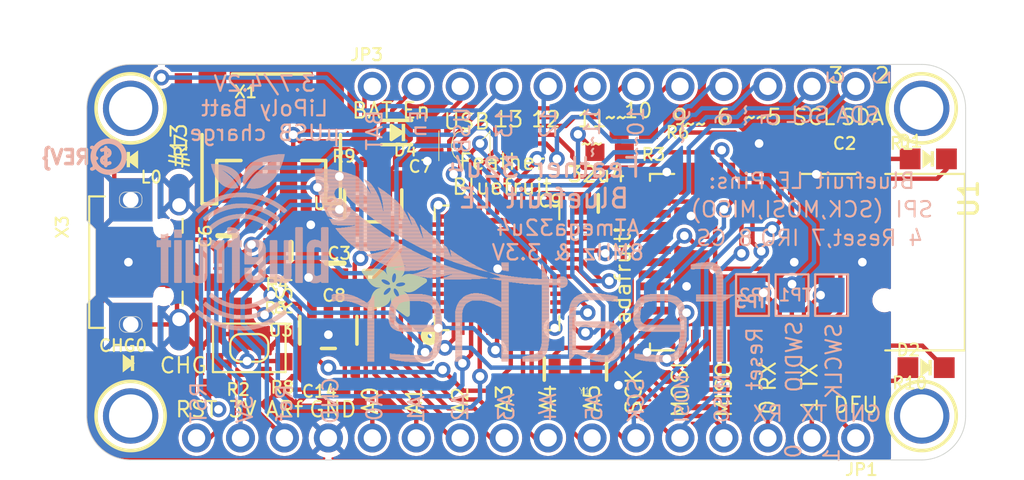
<source format=kicad_pcb>
(kicad_pcb (version 20221018) (generator pcbnew)
  (layers (0 "F.Cu" signal) (31 "B.Cu" signal) (34 "B.Paste" user) (35 "F.Paste" user) (36 "B.SilkS" user "B.Silkscreen") (37 "F.SilkS" user "F.Silkscreen") (38 "B.Mask" user) (39 "F.Mask" user) (44 "Edge.Cuts" user))
  (net 0 "")
  (net 1 "GND")
  (net 2 "D-")
  (net 3 "D+")
  (net 4 "MOSI")
  (net 5 "MISO")
  (net 6 "SCK")
  (net 7 "RST")
  (net 8 "N$11")
  (net 9 "N$12")
  (net 10 "A5")
  (net 11 "A4")
  (net 12 "A3")
  (net 13 "A2")
  (net 14 "A1")
  (net 15 "5")
  (net 16 "11")
  (net 17 "10")
  (net 18 "8_BLE_CS")
  (net 19 "6")
  (net 20 "12")
  (net 21 "2")
  (net 22 "7_BLE_IRQ")
  (net 23 "N$15")
  (net 24 "N$16")
  (net 25 "1")
  (net 26 "0")
  (net 27 "+3V3")
  (net 28 "VBUS")
  (net 29 "VBAT")
  (net 30 "DCC")
  (net 31 "DEC2")
  (net 32 "SWCLK")
  (net 33 "4_SWDIO/RST")
  (net 34 "MODE")
  (net 35 "CONNECTED")
  (net 36 "N$5")
  (net 37 "N$6")
  (net 38 "DFU")
  (net 39 "FCTRYRST")
  (net 40 "N$2")
  (net 41 "AREF")
  (net 42 "13")
  (net 43 "A0")
  (net 44 "9")
  (net 45 "3")
  (net 46 "N$1")
  (net 47 "N$3")
  (net 48 "N$4")
  (net 49 "EN")
  (footprint "working:4UCONN_20329_V2" (layer "F.Cu") (at 127.5461 105.0036 -90)
    (fp_text reference "X3")
    (fp_text value "microUSB")
    (fp_line (start -4.05 2.15) (end -4.05 1.6) (stroke (width 0.05)) (layer "Edge.Cuts"))
    (fp_line (start -3.7 1.25) (end -3.5 1.25) (stroke (width 0.05)) (layer "Edge.Cuts"))
    (fp_line (start -3.5 2.55) (end -3.7 2.55) (stroke (width 0.05)) (layer "Edge.Cuts"))
    (fp_line (start -3.15 1.6) (end -3.15 2.15) (stroke (width 0.05)) (layer "Edge.Cuts"))
    (fp_line (start 3.15 2.2) (end 3.15 1.6) (stroke (width 0.05)) (layer "Edge.Cuts"))
    (fp_line (start 4.05 1.6) (end 4.05 2.2) (stroke (width 0.05)) (layer "Edge.Cuts"))
    (fp_arc (start -4.05 1.6) (mid -3.947487 1.352513) (end -3.7 1.25) (stroke (width 0.05)) (layer "Edge.Cuts"))
    (fp_arc (start -3.7 2.55) (mid -3.957843 2.422487) (end -4.05 2.15) (stroke (width 0.05)) (layer "Edge.Cuts"))
    (fp_arc (start -3.5 1.25) (mid -3.252513 1.352513) (end -3.15 1.6) (stroke (width 0.05)) (layer "Edge.Cuts"))
    (fp_arc (start -3.15 2.15) (mid -3.242157 2.422487) (end -3.5 2.55) (stroke (width 0.05)) (layer "Edge.Cuts"))
    (fp_arc (start 3.15 1.6) (mid 3.302513 1.331802) (end 3.6 1.25) (stroke (width 0.05)) (layer "Edge.Cuts"))
    (fp_arc (start 3.6 1.25) (mid 3.897487 1.331802) (end 4.05 1.6) (stroke (width 0.05)) (layer "Edge.Cuts"))
    (fp_arc (start 3.6 2.55) (mid 3.302513 2.468198) (end 3.15 2.2) (stroke (width 0.05)) (layer "Edge.Cuts"))
    (fp_arc (start 4.05 2.2) (mid 3.897487 2.468198) (end 3.6 2.55) (stroke (width 0.05)) (layer "Edge.Cuts"))
  )
  (footprint "working:1X12_ROUND" (layer "F.Cu") (at 153.5811 94.8436)
    (fp_text reference "JP3")
    (fp_text value "")
  )
  (footprint "working:TQFN44_7MM" (layer "F.Cu") (at 146.819284 105.331994)
    (fp_text reference "IC1")
    (fp_text value "ATMEGA32U4-MU")
  )
  (footprint "working:0603-NO" (layer "F.Cu") (at 131.3201 106.1656)
    (fp_text reference "R4")
    (fp_text value "22")
  )
  (footprint "working:FIDUCIAL_1MM" (layer "F.Cu") (at 168.4873 102.4566 -90)
    (fp_text reference "U$35" hide)
    (fp_text value "FIDUCIAL\"\"" hide)
  )
  (footprint "working:JSTPH2" (layer "F.Cu") (at 133.7691 97.1296)
    (fp_text reference "X1")
    (fp_text value "JSTPH")
  )
  (footprint "working:KMR2" (layer "F.Cu") (at 132.4991 109.9566 180)
    (fp_text reference "SW1" hide)
    (fp_text value "SPST_TACT-KMR2" hide)
  )
  (footprint "working:0603-NO" (layer "F.Cu") (at 129.3241 112.2426)
    (fp_text reference "R2")
    (fp_text value "1K")
  )
  (footprint "working:_0805MP" (layer "F.Cu") (at 152.6699 101.605007 180)
    (fp_text reference "C9")
    (fp_text value "10uF")
  )
  (footprint "working:0805-NO" (layer "F.Cu") (at 131.1891 103.4746 90)
    (fp_text reference "C6")
    (fp_text value "10µF")
  )
  (footprint "working:FIDUCIAL_1MM" (layer "F.Cu") (at 133.8961 96.3676 -90)
    (fp_text reference "U$34" hide)
    (fp_text value "FIDUCIAL\"\"" hide)
  )
  (footprint "working:0603-NO" (layer "F.Cu") (at 136.9441 112.3696 180)
    (fp_text reference "R8")
    (fp_text value "10K\\")
  )
  (footprint "working:0603-NO" (layer "F.Cu") (at 131.250887 107.554913)
    (fp_text reference "R5")
    (fp_text value "22")
  )
  (footprint "working:0603-NO" (layer "F.Cu") (at 164.1221 98.0186)
    (fp_text reference "C2")
    (fp_text value "1uF")
  )
  (footprint "working:MOUNTINGHOLE_2.5_PLATED" (layer "F.Cu") (at 171.3611 96.1136)
    (fp_text reference "U$6" hide)
    (fp_text value "MOUNTINGHOLE2.5" hide)
  )
  (footprint "working:SOD-123" (layer "F.Cu") (at 141.0081 97.5106 180)
    (fp_text reference "D4")
    (fp_text value "MBR120")
  )
  (footprint "working:0603-NO" (layer "F.Cu") (at 128.6891 95.4786 -90)
    (fp_text reference "R7")
    (fp_text value "2.2K")
  )
  (footprint "working:MOUNTINGHOLE_2.5_PLATED" (layer "F.Cu") (at 125.6411 113.8936 -90)
    (fp_text reference "U$32" hide)
    (fp_text value "MOUNTINGHOLE2.5" hide)
  )
  (footprint "working:RESONATOR-SMD" (layer "F.Cu") (at 151.347706 111.173994 180)
    (fp_text reference "Y1")
    (fp_text value "8MHz")
  )
  (footprint "working:MOUNTINGHOLE_2.5_PLATED" (layer "F.Cu") (at 125.6411 96.1136 -90)
    (fp_text reference "U$31" hide)
    (fp_text value "MOUNTINGHOLE2.5" hide)
  )
  (footprint "working:SOT23-5" (layer "F.Cu") (at 137.0711 108.9406 180)
    (fp_text reference "U3")
    (fp_text value "MCP73831T-2ACI/OT")
  )
  (footprint "working:ADAFRUIT_3.5MM" (layer "F.Cu") (at 138.9761 108.1786)
    (fp_text reference "U$7" hide)
    (fp_text value "" hide)
  )
  (footprint "working:CHIPLED_0805_NOOUTLINE" (layer "F.Cu") (at 171.6151 111.0996 -90)
    (fp_text reference "D2")
    (fp_text value "BLUE")
  )
  (footprint "working:0603-NO" (layer "F.Cu") (at 153.3271 98.6536)
    (fp_text reference "R3")
    (fp_text value "100K")
  )
  (footprint "working:0603-NO" (layer "F.Cu") (at 142.1681 101.3966 90)
    (fp_text reference "C7")
    (fp_text value "1uF")
  )
  (footprint "working:1X16_ROUND" (layer "F.Cu") (at 148.5011 115.1636 180)
    (fp_text reference "JP1")
    (fp_text value "")
  )
  (footprint "working:MOUNTINGHOLE_2.5_PLATED" (layer "F.Cu") (at 171.3611 113.8936)
    (fp_text reference "U$24" hide)
    (fp_text value "MOUNTINGHOLE2.5" hide)
  )
  (footprint "working:0603-NO" (layer "F.Cu") (at 167.5511 111.8616)
    (fp_text reference "R10")
    (fp_text value "2.2K")
  )
  (footprint "working:CHIPLED_0805_NOOUTLINE" (layer "F.Cu") (at 171.7421 99.0346 -90)
    (fp_text reference "D1")
    (fp_text value "RED")
  )
  (footprint "working:SOT23-5" (layer "F.Cu") (at 139.6619 101.6254 180)
    (fp_text reference "U2")
    (fp_text value "SPX3819-3.3")
  )
  (footprint "working:CHIPLED_0805_NOOUTLINE" (layer "F.Cu") (at 125.7461 99.0746 90)
    (fp_text reference "L0")
    (fp_text value "RED")
  )
  (footprint "working:0603-NO" (layer "F.Cu") (at 133.4389 112.343007)
    (fp_text reference "C14")
    (fp_text value "1uF")
  )
  (footprint "working:0603-NO" (layer "F.Cu") (at 154.7241 97.3836)
    (fp_text reference "R6")
    (fp_text value "100K")
  )
  (footprint "working:0603-NO" (layer "F.Cu") (at 167.4241 98.0186)
    (fp_text reference "R1")
    (fp_text value "2.2K")
  )
  (footprint "working:CHIPLED_0805_NOOUTLINE" (layer "F.Cu") (at 125.5141 110.8456 -90)
    (fp_text reference "CHG0")
    (fp_text value "ORANGE")
  )
  (footprint "working:0805-NO" (layer "F.Cu") (at 137.4671 105.0636 -90)
    (fp_text reference "C8")
    (fp_text value "10µF")
  )
  (footprint "working:0603-NO" (layer "F.Cu") (at 140.5001 99.0092 180)
    (fp_text reference "R9")
    (fp_text value "100K")
  )
  (footprint "working:0805-NO" (layer "F.Cu") (at 134.9121 104.3686)
    (fp_text reference "C3")
    (fp_text value "10µF")
  )
  (footprint "working:BLE_MODULE_RAYTAC_MDBT40" (layer "F.Cu") (at 164.7571 105.0036 -90)
    (fp_text reference "U1")
    (fp_text value "MBT40")
  )
  (footprint "working:FEATHERLOGO" (layer "B.Cu") (at 160.5661 110.8456 180)
    (fp_text reference "U$9" hide)
    (fp_text value "" hide)
  )
  (footprint "working:PCBFEAT-REV-040" (layer "B.Cu") (at 124.3711 98.9076 180)
    (fp_text reference "U$23" hide)
    (fp_text value "" hide)
  )
  (footprint "working:PAD-1.5X2.0" (layer "B.Cu") (at 161.5821 106.9086 180)
    (fp_text reference "TP3")
    (fp_text value "SWDIO")
  )
  (footprint "working:PAD-1.5X2.0" (layer "B.Cu") (at 163.8681 106.9086 180)
    (fp_text reference "TP2")
    (fp_text value "SWDIO")
  )
  (footprint "working:PAD-1.5X2.0" (layer "B.Cu") (at 166.1541 106.9086 180)
    (fp_text reference "TP1")
    (fp_text value "SWCLK")
  )
  (footprint "working:BLUEFRUITLOGO_100MM" (layer "B.Cu") (at 137.0711 108.9406 180)
    (fp_text reference "U$26" hide)
    (fp_text value "" hide)
  )
  (gr_line (start 123.1011 107.4166) (end 123.1011 113.8936) (stroke (width 0.05)) (layer "Edge.Cuts"))
  (gr_line (start 171.3611 93.5736) (end 125.6411 93.5736) (stroke (width 0.05)) (layer "Edge.Cuts"))
  (gr_arc (start 173.9011 113.8936) (mid 173.157151 115.689651) (end 171.3611 116.4336) (stroke (width 0.05)) (layer "Edge.Cuts"))
  (gr_line (start 123.1011 102.5906) (end 123.6091 103.0986) (stroke (width 0.05)) (layer "Edge.Cuts"))
  (gr_line (start 123.6091 106.9086) (end 123.1011 107.4166) (stroke (width 0.05)) (layer "Edge.Cuts"))
  (gr_line (start 125.6411 116.4336) (end 171.3611 116.4336) (stroke (width 0.05)) (layer "Edge.Cuts"))
  (gr_line (start 173.9011 113.8936) (end 173.9011 96.1136) (stroke (width 0.05)) (layer "Edge.Cuts"))
  (gr_line (start 123.6091 103.0986) (end 123.6091 106.9086) (stroke (width 0.05)) (layer "Edge.Cuts"))
  (gr_arc (start 123.1011 96.1136) (mid 123.845049 94.317549) (end 125.6411 93.5736) (stroke (width 0.05)) (layer "Edge.Cuts"))
  (gr_arc (start 125.6411 116.4336) (mid 123.845049 115.689651) (end 123.1011 113.8936) (stroke (width 0.05)) (layer "Edge.Cuts"))
  (gr_arc (start 171.3611 93.5736) (mid 173.157151 94.317549) (end 173.9011 96.1136) (stroke (width 0.05)) (layer "Edge.Cuts"))
  (gr_line (start 123.1011 96.1136) (end 123.1011 102.5906) (stroke (width 0.05)) (layer "Edge.Cuts"))
  (gr_text "En" (at 142.2781 97.0026 -270) (layer "B.SilkS") (effects (font (size 0.89408 0.89408) (thickness 0.12192)) (justify mirror)))
  (gr_text "A3" (at 147.3581 113.3856 -270) (layer "B.SilkS") (effects (font (size 0.89408 0.89408) (thickness 0.12192)) (justify mirror)))
  (gr_text "MOSI" (at 157.5181 112.8776 -270) (layer "B.SilkS") (effects (font (size 0.78232 0.78232) (thickness 0.10668)) (justify mirror)))
  (gr_text "SWCLK" (at 166.2811 110.7186 -270) (layer "B.SilkS") (effects (font (size 0.89408 0.89408) (thickness 0.12192)) (justify mirror)))
  (gr_text "Reset" (at 161.7091 110.5916 -270) (layer "B.SilkS") (effects (font (size 0.89408 0.89408) (thickness 0.12192)) (justify mirror)))
  (gr_text "Bluefruit LE Pins:" (at 165.0111 100.3046) (layer "B.SilkS") (effects (font (size 0.89408 0.89408) (thickness 0.12192)) (justify mirror)))
  (gr_text "GND" (at 137.1981 113.0046 -270) (layer "B.SilkS") (effects (font (size 0.89408 0.89408) (thickness 0.12192)) (justify mirror)))
  (gr_text "TX" (at 165.1381 113.7666) (layer "B.SilkS") (effects (font (size 0.89408 0.89408) (thickness 0.12192)) (justify mirror)))
  (gr_text "BAT" (at 139.7381 97.3836 -270) (layer "B.SilkS") (effects (font (size 0.89408 0.89408) (thickness 0.12192)) (justify mirror)))
  (gr_text "10~~" (at 154.8511 97.5106 -270) (layer "B.SilkS") (effects (font (size 0.89408 0.89408) (thickness 0.12192)) (justify mirror)))
  (gr_text "A4" (at 149.7711 113.3856 -270) (layer "B.SilkS") (effects (font (size 0.89408 0.89408) (thickness 0.12192)) (justify mirror)))
  (gr_text "5" (at 162.5981 96.7486 -270) (layer "B.SilkS") (effects (font (size 0.89408 0.89408) (thickness 0.12192)) (justify mirror)))
  (gr_text "A0" (at 139.7381 113.3856 -270) (layer "B.SilkS") (effects (font (size 0.89408 0.89408) (thickness 0.12192)) (justify mirror)))
  (gr_text "SCK" (at 154.8511 113.0046 -270) (layer "B.SilkS") (effects (font (size 0.89408 0.89408) (thickness 0.12192)) (justify mirror)))
  (gr_text "RX" (at 162.4711 113.7666) (layer "B.SilkS") (effects (font (size 0.89408 0.89408) (thickness 0.12192)) (justify mirror)))
  (gr_text "ATmega32u4\n8MHz & 3.3V" (at 150.9141 103.7336) (layer "B.SilkS") (effects (font (size 0.88392 0.88392) (thickness 0.13208)) (justify mirror)))
  (gr_text "13" (at 147.2311 97.0026 -270) (layer "B.SilkS") (effects (font (size 0.89408 0.89408) (thickness 0.12192)) (justify mirror)))
  (gr_text "A5" (at 152.4381 113.3856 -270) (layer "B.SilkS") (effects (font (size 0.89408 0.89408) (thickness 0.12192)) (justify mirror)))
  (gr_text "3" (at 166.4081 94.3356 -270) (layer "B.SilkS") (effects (font (size 0.89408 0.89408) (thickness 0.12192)) (justify mirror)))
  (gr_text "3V" (at 132.2451 113.5126 -270) (layer "B.SilkS") (effects (font (size 0.89408 0.89408) (thickness 0.12192)) (justify mirror)))
  (gr_text "SCL" (at 164.7571 96.4946) (layer "B.SilkS") (effects (font (size 0.89408 0.89408) (thickness 0.12192)) (justify mirror)))
  (gr_text "MISO" (at 159.8041 112.8776 -270) (layer "B.SilkS") (effects (font (size 0.78232 0.78232) (thickness 0.10668)) (justify mirror)))
  (gr_text "3.7/4.2V\nLiPoly Batt\nµUSB charge" (at 133.3881 96.1136) (layer "B.SilkS") (effects (font (size 0.88392 0.88392) (thickness 0.13208)) (justify mirror)))
  (gr_text "Ref" (at 134.5311 113.1316 -270) (layer "B.SilkS") (effects (font (size 0.89408 0.89408) (thickness 0.12192)) (justify mirror)))
  (gr_text "A2" (at 144.6911 113.3856 -270) (layer "B.SilkS") (effects (font (size 0.89408 0.89408) (thickness 0.12192)) (justify mirror)))
  (gr_text "4 Reset,7 IRQ,8 CS" (at 164.8841 103.6066) (layer "B.SilkS") (effects (font (size 0.89408 0.89408) (thickness 0.12192)) (justify mirror)))
  (gr_text "12" (at 149.7711 97.0026 -270) (layer "B.SilkS") (effects (font (size 0.89408 0.89408) (thickness 0.12192)) (justify mirror)))
  (gr_text "A1" (at 142.1511 113.5126 -270) (layer "B.SilkS") (effects (font (size 0.89408 0.89408) (thickness 0.12192)) (justify mirror)))
  (gr_text "0" (at 163.8681 115.9256 -90) (layer "B.SilkS") (effects (font (size 0.89408 0.89408) (thickness 0.12192)) (justify mirror)))
  (gr_text "SWDIO" (at 163.9951 110.4646 -270) (layer "B.SilkS") (effects (font (size 0.89408 0.89408) (thickness 0.12192)) (justify mirror)))
  (gr_text "USB" (at 144.8181 97.3836 -270) (layer "B.SilkS") (effects (font (size 0.89408 0.89408) (thickness 0.12192)) (justify mirror)))
  (gr_text "1" (at 166.1541 116.1796 -270) (layer "B.SilkS") (effects (font (size 0.89408 0.89408) (thickness 0.12192)) (justify mirror)))
  (gr_text "2" (at 169.0751 94.3356 -270) (layer "B.SilkS") (effects (font (size 0.89408 0.89408) (thickness 0.12192)) (justify mirror)))
  (gr_text "Feather 32u4\nBluefruit LE" (at 149.5171 100.4316) (layer "B.SilkS") (effects (font (size 1.1049 1.1049) (thickness 0.1651)) (justify mirror)))
  (gr_text "GND" (at 167.6781 113.7666) (layer "B.SilkS") (effects (font (size 0.89408 0.89408) (thickness 0.12192)) (justify mirror)))
  (gr_text "11~~" (at 152.3111 97.5106 -270) (layer "B.SilkS") (effects (font (size 0.89408 0.89408) (thickness 0.12192)) (justify mirror)))
  (gr_text "6" (at 159.9311 96.7486 -270) (layer "B.SilkS") (effects (font (size 0.89408 0.89408) (thickness 0.12192)) (justify mirror)))
  (gr_text "RST" (at 129.5781 113.1316 -270) (layer "B.SilkS") (effects (font (size 0.89408 0.89408) (thickness 0.12192)) (justify mirror)))
  (gr_text "SPI (SCK,MOSI,MISO)" (at 165.0111 101.9556) (layer "B.SilkS") (effects (font (size 0.89408 0.89408) (thickness 0.12192)) (justify mirror)))
  (gr_text "9~~" (at 157.5181 97.1296 -270) (layer "B.SilkS") (effects (font (size 0.89408 0.89408) (thickness 0.12192)) (justify mirror)))
  (gr_text "~~" (at 161.2011 96.4946 -90) (layer "B.SilkS") (effects (font (size 0.89408 0.89408) (thickness 0.12192)) (justify mirror)))
  (gr_text "SDA" (at 167.6781 96.4946) (layer "B.SilkS") (effects (font (size 0.89408 0.89408) (thickness 0.12192)) (justify mirror)))
  (gr_text "SDA" (at 167.9321 96.6216) (layer "F.SilkS") (effects (font (size 0.89408 0.89408) (thickness 0.12192))))
  (gr_text "RX" (at 162.4711 111.6076 90) (layer "F.SilkS") (effects (font (size 0.89408 0.89408) (thickness 0.12192))))
  (gr_text "A1" (at 142.0241 113.0046 90) (layer "F.SilkS") (effects (font (size 0.89408 0.89408) (thickness 0.12192))))
  (gr_text "USB" (at 145.0721 96.8756) (layer "F.SilkS") (effects (font (size 0.89408 0.89408) (thickness 0.12192))))
  (gr_text "CHG" (at 128.6891 110.9726) (layer "F.SilkS") (effects (font (size 0.89408 0.89408) (thickness 0.12192))))
  (gr_text "RST" (at 129.4511 113.5126) (layer "F.SilkS") (effects (font (size 0.89408 0.89408) (thickness 0.12192))))
  (gr_text "~~" (at 152.3111 98.1456) (layer "F.SilkS") (effects (font (size 0.89408 0.89408) (thickness 0.12192))))
  (gr_text "Feather\nBluefruit" (at 147.1041 99.9236) (layer "F.SilkS") (effects (font (size 0.89408 0.89408) (thickness 0.12192))))
  (gr_text "~~5" (at 162.2171 96.6216) (layer "F.SilkS") (effects (font (size 0.89408 0.89408) (thickness 0.12192))))
  (gr_text "~~" (at 158.2801 97.0026) (layer "F.SilkS") (effects (font (size 0.89408 0.89408) (thickness 0.12192))))
  (gr_text "11" (at 152.3111 96.7486) (layer "F.SilkS") (effects (font (size 0.89408 0.89408) (thickness 0.12192))))
  (gr_text "TX" (at 164.8841 111.6076 90) (layer "F.SilkS") (effects (font (size 0.89408 0.89408) (thickness 0.12192))))
  (gr_text "6" (at 159.9311 96.6216) (layer "F.SilkS") (effects (font (size 0.89408 0.89408) (thickness 0.12192))))
  (gr_text "RST" (at 134.5311 106.9086 90) (layer "F.SilkS") (effects (font (size 0.89408 0.89408) (thickness 0.12192))))
  (gr_text "0" (at 162.4711 113.3856 90) (layer "F.SilkS") (effects (font (size 0.89408 0.89408) (thickness 0.12192))))
  (gr_text "SCL" (at 165.1381 96.6216) (layer "F.SilkS") (effects (font (size 0.89408 0.89408) (thickness 0.12192))))
  (gr_text "adafruit!" (at 154.0891 105.7656 90) (layer "F.SilkS") (effects (font (size 0.89408 0.89408) (thickness 0.12192))))
  (gr_text "MOSI" (at 157.3911 112.3696 90) (layer "F.SilkS") (effects (font (size 0.89408 0.89408) (thickness 0.12192))))
  (gr_text "A4" (at 149.7711 112.8776 90) (layer "F.SilkS") (effects (font (size 0.89408 0.89408) (thickness 0.12192))))
  (gr_text "En" (at 142.1511 96.2406) (layer "F.SilkS") (effects (font (size 0.89408 0.89408) (thickness 0.12192))))
  (gr_text "ARf" (at 134.5311 113.5126) (layer "F.SilkS") (effects (font (size 0.89408 0.89408) (thickness 0.12192))))
  (gr_text "GND" (at 137.3251 113.5126) (layer "F.SilkS") (effects (font (size 0.89408 0.89408) (thickness 0.12192))))
  (gr_text "13" (at 147.4851 96.7486) (layer "F.SilkS") (effects (font (size 0.89408 0.89408) (thickness 0.12192))))
  (gr_text "9" (at 157.3911 96.6216) (layer "F.SilkS") (effects (font (size 0.89408 0.89408) (thickness 0.12192))))
  (gr_text "BAT" (at 139.6111 96.2406) (layer "F.SilkS") (effects (font (size 0.89408 0.89408) (thickness 0.12192))))
  (gr_text "MISO" (at 159.9311 112.3696 90) (layer "F.SilkS") (effects (font (size 0.89408 0.89408) (thickness 0.12192))))
  (gr_text "10" (at 154.9781 96.2406) (layer "F.SilkS") (effects (font (size 0.849376 0.849376) (thickness 0.115824))))
  (gr_text "12" (at 149.6441 96.7486) (layer "F.SilkS") (effects (font (size 0.89408 0.89408) (thickness 0.12192))))
  (gr_text "1" (at 164.8841 113.2586 90) (layer "F.SilkS") (effects (font (size 0.89408 0.89408) (thickness 0.12192))))
  (gr_text "SCK" (at 154.7241 112.4966 90) (layer "F.SilkS") (effects (font (size 0.89408 0.89408) (thickness 0.12192))))
  (gr_text "A3" (at 147.2311 112.8776 90) (layer "F.SilkS") (effects (font (size 0.89408 0.89408) (thickness 0.12192))))
  (gr_text "#13" (at 128.4351 98.2726 90) (layer "F.SilkS") (effects (font (size 0.89408 0.89408) (thickness 0.12192))))
  (gr_text "3" (at 166.4081 94.2086) (layer "F.SilkS") (effects (font (size 0.89408 0.89408) (thickness 0.12192))))
  (gr_text "~~" (at 153.7081 96.6216) (layer "F.SilkS") (effects (font (size 0.89408 0.89408) (thickness 0.12192))))
  (gr_text "2" (at 169.0751 94.2086) (layer "F.SilkS") (effects (font (size 0.89408 0.89408) (thickness 0.12192))))
  (gr_text "DFU" (at 167.5511 113.2586) (layer "F.SilkS") (effects (font (size 0.89408 0.89408) (thickness 0.12192))))
  (gr_text "32u4" (at 152.5651 99.9236) (layer "F.SilkS") (effects (font (size 0.88392 0.88392) (thickness 0.13208))))
  (gr_text "A0" (at 139.4841 113.0046 90) (layer "F.SilkS") (effects (font (size 0.89408 0.89408) (thickness 0.12192))))
  (gr_text "3V" (at 132.1181 113.5126) (layer "F.SilkS") (effects (font (size 0.89408 0.89408) (thickness 0.12192))))
  (gr_text "A2" (at 144.6911 113.0046 90) (layer "F.SilkS") (effects (font (size 0.89408 0.89408) (thickness 0.12192))))
  (gr_text "A5" (at 152.3111 112.8776 90) (layer "F.SilkS") (effects (font (size 0.89408 0.89408) (thickness 0.12192))))
  (segment (start 172.7921 99.0346) (end 172.7921 99.6356) (width 0.254) (layer "F.Cu") (net 1))
  (segment (start 154.7831 102.9036) (end 154.4701 102.5906) (width 0.254) (layer "F.Cu") (net 1))
  (segment (start 172.7921 99.6356) (end 172.2491 100.1786) (width 0.254) (layer "F.Cu") (net 1))
  (segment (start 137.0711 107.6405) (end 137.0711 106.5276) (width 0.254) (layer "F.Cu") (net 1))
  (segment (start 124.6961 101.4036) (end 125.6461 101.4036) (width 0.254) (layer "F.Cu") (net 1))
  (segment (start 130.4991 109.1566) (end 134.4991 109.1566) (width 0.254) (layer "F.Cu") (net 1))
  (segment (start 151.8031 112.3696) (end 153.7081 112.3696) (width 0.254) (layer "F.Cu") (net 1))
  (segment (start 128.3211 106.3036) (end 128.3211 108.1786) (width 0.254) (layer "F.Cu") (net 1))
  (segment (start 172.2491 100.1786) (end 168.7571 100.1786) (width 0.254) (layer "F.Cu") (net 1))
  (segment (start 145.410706 107.331994) (end 145.410706 106.823994) (width 0.254) (layer "F.Cu") (net 1))
  (segment (start 149.319284 101.856994) (end 149.319284 102.788416) (width 0.254) (layer "F.Cu") (net 1))
  (segment (start 145.410706 106.823994) (end 146.8501 105.3846) (width 0.254) (layer "F.Cu") (net 1))
  (segment (start 128.3211 108.1786) (end 128.4461 108.3036) (width 0.254) (layer "F.Cu") (net 1))
  (segment (start 146.319284 105.915416) (end 146.8501 105.3846) (width 0.254) (layer "F.Cu") (net 1))
  (segment (start 155.9321 102.9036) (end 154.7831 102.9036) (width 0.254) (layer "F.Cu") (net 1))
  (segment (start 151.347706 111.173994) (end 151.347706 111.914207) (width 0.254) (layer "F.Cu") (net 1))
  (segment (start 143.344284 103.331994) (end 145.178493 103.331994) (width 0.254) (layer "F.Cu") (net 1))
  (segment (start 137.0711 106.5276) (end 137.4521 106.1466) (width 0.254) (layer "F.Cu") (net 1))
  (segment (start 155.9321 102.9036) (end 157.0781 102.9036) (width 0.254) (layer "F.Cu") (net 1))
  (segment (start 146.9771 105.2576) (end 146.8501 105.3846) (width 0.254) (layer "F.Cu") (net 1))
  (segment (start 145.178493 103.331994) (end 146.9771 105.1306) (width 0.254) (layer "F.Cu") (net 1))
  (segment (start 125.6461 108.6036) (end 128.1461 108.6036) (width 0.254) (layer "F.Cu") (net 1))
  (segment (start 146.9771 105.1306) (end 146.9771 105.2576) (width 0.254) (layer "F.Cu") (net 1))
  (segment (start 149.319284 102.788416) (end 146.9771 105.1306) (width 0.254) (layer "F.Cu") (net 1))
  (segment (start 172.6651 111.0996) (end 171.3941 109.8286) (width 0.254) (layer "F.Cu") (net 1))
  (segment (start 157.2641 102.7176) (end 157.2641 102.2096) (width 0.254) (layer "F.Cu") (net 1))
  (segment (start 146.319284 108.806994) (end 146.319284 105.915416) (width 0.254) (layer "F.Cu") (net 1))
  (segment (start 124.6961 99.0746) (end 124.6961 101.4036) (width 0.254) (layer "F.Cu") (net 1))
  (segment (start 128.3211 106.3036) (end 126.0961 106.3036) (width 0.254) (layer "F.Cu") (net 1))
  (segment (start 143.344284 107.331994) (end 145.410706 107.331994) (width 0.254) (layer "F.Cu") (net 1))
  (segment (start 151.347706 111.914207) (end 151.8031 112.3696) (width 0.254) (layer "F.Cu") (net 1))
  (segment (start 171.3941 109.8286) (end 168.7571 109.8286) (width 0.254) (layer "F.Cu") (net 1))
  (segment (start 128.1461 108.6036) (end 128.4461 108.3036) (width 0.254) (layer "F.Cu") (net 1))
  (segment (start 150.294284 106.331994) (end 148.178493 106.331994) (width 0.254) (layer "F.Cu") (net 1))
  (segment (start 157.0781 102.9036) (end 157.2641 102.7176) (width 0.254) (layer "F.Cu") (net 1))
  (segment (start 148.178493 106.331994) (end 146.9771 105.1306) (width 0.254) (layer "F.Cu") (net 1))
  (segment (start 126.0961 106.3036) (end 125.5461 105.7536) (width 0.254) (layer "F.Cu") (net 1))
  (segment (start 155.9941 100.7416) (end 155.9321 100.8036) (width 0.254) (layer "F.Cu") (net 1))
  (segment (start 135.077493 112.3696) (end 136.0941 112.3696) (width 0.254) (layer "F.Cu") (net 1))
  (via (at 165.2651 99.9236) (size 0.9064) (drill 0.5) (layers "F.Cu" "B.Cu") (net 1))
  (via (at 161.9631 98.1456) (size 0.9064) (drill 0.5) (layers "F.Cu" "B.Cu") (net 1))
  (via (at 157.7721 106.4006) (size 0.9064) (drill 0.5) (layers "F.Cu" "B.Cu") (net 1))
  (via (at 137.7061 100.0506) (size 0.9064) (drill 0.5) (layers "F.Cu" "B.Cu") (net 1))
  (via (at 146.8501 105.3846) (size 0.9064) (drill 0.5) (layers "F.Cu" "B.Cu") (net 1))
  (via (at 136.0551 102.8446) (size 0.9064) (drill 0.5) (layers "F.Cu" "B.Cu") (net 1))
  (via (at 153.8351 112.1156) (size 0.9064) (drill 0.5) (layers "F.Cu" "B.Cu") (net 1))
  (via (at 158.0261 102.3366) (size 0.9064) (drill 0.5) (layers "F.Cu" "B.Cu") (net 1))
  (via (at 163.9951 105.0036) (size 0.9064) (drill 0.5) (layers "F.Cu" "B.Cu") (net 1))
  (via (at 135.9281 105.8926) (size 0.9064) (drill 0.5) (layers "F.Cu" "B.Cu") (net 1))
  (via (at 137.0711 109.1946) (size 0.9064) (drill 0.5) (layers "F.Cu" "B.Cu") (net 1))
  (via (at 155.4861 110.2106) (size 0.9064) (drill 0.5) (layers "F.Cu" "B.Cu") (net 1))
  (via (at 167.9321 105.0036) (size 0.9064) (drill 0.5) (layers "F.Cu" "B.Cu") (net 1))
  (via (at 156.6291 99.7966) (size 0.9064) (drill 0.5) (layers "F.Cu" "B.Cu") (net 1))
  (via (at 125.5141 105.0036) (size 0.9064) (drill 0.5) (layers "F.Cu" "B.Cu") (net 1))
  (via (at 142.7861 99.1616) (size 0.9064) (drill 0.5) (layers "F.Cu" "B.Cu") (net 1))
  (segment (start 145.319284 108.806994) (end 145.319284 110.344416) (width 0.254) (layer "F.Cu") (net 2))
  (segment (start 145.319284 110.344416) (end 144.8181 110.8456) (width 0.254) (layer "F.Cu") (net 2))
  (segment (start 133.0261 106.1656) (end 133.7691 106.9086) (width 0.254) (layer "F.Cu") (net 2))
  (segment (start 132.1701 106.1656) (end 133.0261 106.1656) (width 0.254) (layer "F.Cu") (net 2))
  (via (at 144.8181 110.8456) (size 0.9064) (drill 0.5) (layers "F.Cu" "B.Cu") (net 2))
  (via (at 133.7691 106.9086) (size 0.9064) (drill 0.5) (layers "F.Cu" "B.Cu") (net 2))
  (segment (start 133.7691 106.9086) (end 135.1661 108.3056) (width 0.254) (layer "B.Cu") (net 2))
  (segment (start 144.1831 112.7506) (end 144.8181 112.1156) (width 0.254) (layer "B.Cu") (net 2))
  (segment (start 144.8181 112.1156) (end 144.8181 110.8456) (width 0.254) (layer "B.Cu") (net 2))
  (segment (start 135.1661 112.7506) (end 144.1831 112.7506) (width 0.254) (layer "B.Cu") (net 2))
  (segment (start 135.1661 108.3056) (end 135.1661 112.7506) (width 0.254) (layer "B.Cu") (net 2))
  (segment (start 145.819284 111.592785) (end 145.8341 111.6076) (width 0.254) (layer "F.Cu") (net 3))
  (segment (start 145.819284 108.806994) (end 145.819284 111.592785) (width 0.254) (layer "F.Cu") (net 3))
  (segment (start 132.891412 107.554913) (end 133.3881 108.0516) (width 0.254) (layer "F.Cu") (net 3))
  (segment (start 132.100887 107.554913) (end 132.891412 107.554913) (width 0.254) (layer "F.Cu") (net 3))
  (via (at 145.8341 111.6076) (size 0.9064) (drill 0.5) (layers "F.Cu" "B.Cu") (net 3))
  (via (at 133.3881 108.0516) (size 0.9064) (drill 0.5) (layers "F.Cu" "B.Cu") (net 3))
  (segment (start 135.0391 113.3856) (end 145.3261 113.3856) (width 0.254) (layer "B.Cu") (net 3))
  (segment (start 145.8341 112.8776) (end 145.8341 111.6076) (width 0.254) (layer "B.Cu") (net 3))
  (segment (start 145.3261 113.3856) (end 145.8341 112.8776) (width 0.254) (layer "B.Cu") (net 3))
  (segment (start 134.1501 108.8136) (end 133.3881 108.0516) (width 0.254) (layer "B.Cu") (net 3))
  (segment (start 134.1501 112.4966) (end 134.1501 108.8136) (width 0.254) (layer "B.Cu") (net 3))
  (segment (start 135.0391 113.3856) (end 134.1501 112.4966) (width 0.254) (layer "B.Cu") (net 3))
  (segment (start 153.7081 113.8936) (end 155.7401 113.8936) (width 0.254) (layer "F.Cu") (net 4))
  (segment (start 149.1361 112.8776) (end 150.7871 112.8776) (width 0.254) (layer "F.Cu") (net 4))
  (segment (start 151.2951 113.3856) (end 153.2001 113.3856) (width 0.254) (layer "F.Cu") (net 4))
  (segment (start 157.0101 115.1636) (end 157.3911 115.1636) (width 0.254) (layer "F.Cu") (net 4))
  (segment (start 161.7571 101.2726) (end 160.9471 102.0826) (width 0.254) (layer "F.Cu") (net 4))
  (segment (start 148.819284 112.560785) (end 149.1361 112.8776) (width 0.254) (layer "F.Cu") (net 4))
  (segment (start 148.819284 108.806994) (end 148.819284 112.560785) (width 0.254) (layer "F.Cu") (net 4))
  (segment (start 161.7571 100.1786) (end 161.7571 101.2726) (width 0.254) (layer "F.Cu") (net 4))
  (segment (start 150.7871 112.8776) (end 151.2951 113.3856) (width 0.254) (layer "F.Cu") (net 4))
  (segment (start 160.9471 102.0826) (end 160.9471 104.4956) (width 0.254) (layer "F.Cu") (net 4))
  (segment (start 155.7401 113.8936) (end 157.0101 115.1636) (width 0.254) (layer "F.Cu") (net 4))
  (segment (start 153.2001 113.3856) (end 153.7081 113.8936) (width 0.254) (layer "F.Cu") (net 4))
  (via (at 160.9471 104.4956) (size 0.9064) (drill 0.5) (layers "F.Cu" "B.Cu") (net 4))
  (segment (start 159.4231 105.7656) (end 159.4231 112.6236) (width 0.254) (layer "B.Cu") (net 4))
  (segment (start 157.3911 114.6556) (end 157.3911 115.1636) (width 0.254) (layer "B.Cu") (net 4))
  (segment (start 160.9471 104.4956) (end 160.6931 104.4956) (width 0.254) (layer "B.Cu") (net 4))
  (segment (start 160.6931 104.4956) (end 159.4231 105.7656) (width 0.254) (layer "B.Cu") (net 4))
  (segment (start 159.4231 112.6236) (end 157.3911 114.6556) (width 0.254) (layer "B.Cu") (net 4))
  (segment (start 161.5821 102.3366) (end 161.5821 103.8606) (width 0.254) (layer "F.Cu") (net 5))
  (segment (start 149.319284 108.806994) (end 149.319284 112.298785) (width 0.254) (layer "F.Cu") (net 5))
  (segment (start 153.4541 112.8776) (end 153.9621 113.3856) (width 0.254) (layer "F.Cu") (net 5))
  (segment (start 151.5491 112.8776) (end 153.4541 112.8776) (width 0.254) (layer "F.Cu") (net 5))
  (segment (start 162.4571 100.1786) (end 162.4571 101.4616) (width 0.254) (layer "F.Cu") (net 5))
  (segment (start 153.9621 113.3856) (end 156.3751 113.3856) (width 0.254) (layer "F.Cu") (net 5))
  (segment (start 159.1691 113.8936) (end 159.9311 114.6556) (width 0.254) (layer "F.Cu") (net 5))
  (segment (start 162.4571 101.4616) (end 161.5821 102.3366) (width 0.254) (layer "F.Cu") (net 5))
  (segment (start 149.3901 112.3696) (end 151.0411 112.3696) (width 0.254) (layer "F.Cu") (net 5))
  (segment (start 151.0411 112.3696) (end 151.5491 112.8776) (width 0.254) (layer "F.Cu") (net 5))
  (segment (start 156.8831 113.8936) (end 159.1691 113.8936) (width 0.254) (layer "F.Cu") (net 5))
  (segment (start 149.319284 112.298785) (end 149.3901 112.3696) (width 0.254) (layer "F.Cu") (net 5))
  (segment (start 159.9311 114.6556) (end 159.9311 115.1636) (width 0.254) (layer "F.Cu") (net 5))
  (segment (start 161.5821 103.8606) (end 162.0901 104.3686) (width 0.254) (layer "F.Cu") (net 5))
  (segment (start 156.3751 113.3856) (end 156.8831 113.8936) (width 0.254) (layer "F.Cu") (net 5))
  (via (at 162.0901 104.3686) (size 0.9064) (drill 0.5) (layers "F.Cu" "B.Cu") (net 5))
  (segment (start 159.9311 106.1466) (end 159.9311 115.1636) (width 0.254) (layer "B.Cu") (net 5))
  (segment (start 160.5661 105.5116) (end 161.4551 105.5116) (width 0.254) (layer "B.Cu") (net 5))
  (segment (start 159.9311 106.1466) (end 160.5661 105.5116) (width 0.254) (layer "B.Cu") (net 5))
  (segment (start 161.4551 105.5116) (end 162.0901 104.8766) (width 0.254) (layer "B.Cu") (net 5))
  (segment (start 162.0901 104.8766) (end 162.0901 104.3686) (width 0.254) (layer "B.Cu") (net 5))
  (segment (start 151.0411 113.8936) (end 152.8191 113.8936) (width 0.254) (layer "F.Cu") (net 6))
  (segment (start 148.319284 108.806994) (end 148.319284 112.949785) (width 0.254) (layer "F.Cu") (net 6))
  (segment (start 148.7551 113.3856) (end 150.5331 113.3856) (width 0.254) (layer "F.Cu") (net 6))
  (segment (start 150.5331 113.3856) (end 151.0411 113.8936) (width 0.254) (layer "F.Cu") (net 6))
  (segment (start 154.0891 115.1636) (end 154.8511 115.1636) (width 0.254) (layer "F.Cu") (net 6))
  (segment (start 163.1571 100.1786) (end 163.1571 102.6666) (width 0.254) (layer "F.Cu") (net 6))
  (segment (start 163.1571 102.6666) (end 162.7251 103.0986) (width 0.254) (layer "F.Cu") (net 6))
  (segment (start 152.8191 113.8936) (end 154.0891 115.1636) (width 0.254) (layer "F.Cu") (net 6))
  (segment (start 148.319284 112.949785) (end 148.7551 113.3856) (width 0.254) (layer "F.Cu") (net 6))
  (via (at 162.7251 103.0986) (size 0.9064) (drill 0.5) (layers "F.Cu" "B.Cu") (net 6))
  (segment (start 162.7251 103.0986) (end 161.2011 103.0986) (width 0.254) (layer "B.Cu") (net 6))
  (segment (start 154.7241 113.6396) (end 154.7241 115.0366) (width 0.254) (layer "B.Cu") (net 6))
  (segment (start 158.9151 109.4486) (end 154.7241 113.6396) (width 0.254) (layer "B.Cu") (net 6))
  (segment (start 158.9151 105.3846) (end 158.9151 109.4486) (width 0.254) (layer "B.Cu") (net 6))
  (segment (start 154.7241 115.0366) (end 154.8511 115.1636) (width 0.254) (layer "B.Cu") (net 6))
  (segment (start 161.2011 103.0986) (end 158.9151 105.3846) (width 0.254) (layer "B.Cu") (net 6))
  (segment (start 151.1681 108.6866) (end 151.5491 109.0676) (width 0.254) (layer "F.Cu") (net 7))
  (segment (start 131.6101 113.0046) (end 131.3561 112.7506) (width 0.254) (layer "F.Cu") (net 7))
  (segment (start 130.2131 115.1636) (end 131.6101 113.7666) (width 0.254) (layer "F.Cu") (net 7))
  (segment (start 130.4991 110.7566) (end 131.3561 110.7566) (width 0.254) (layer "F.Cu") (net 7))
  (segment (start 134.4611 110.7186) (end 134.4991 110.7566) (width 0.254) (layer "F.Cu") (net 7))
  (segment (start 132.3341 110.7566) (end 132.3721 110.7186) (width 0.254) (layer "F.Cu") (net 7))
  (segment (start 131.6101 113.7666) (end 131.6101 113.0046) (width 0.254) (layer "F.Cu") (net 7))
  (segment (start 131.3561 110.7566) (end 132.3341 110.7566) (width 0.254) (layer "F.Cu") (net 7))
  (segment (start 150.956493 107.331994) (end 151.1681 107.5436) (width 0.254) (layer "F.Cu") (net 7))
  (segment (start 150.294284 107.331994) (end 150.956493 107.331994) (width 0.254) (layer "F.Cu") (net 7))
  (segment (start 151.5491 109.0676) (end 151.9301 109.0676) (width 0.254) (layer "F.Cu") (net 7))
  (segment (start 132.3721 110.7186) (end 134.4611 110.7186) (width 0.254) (layer "F.Cu") (net 7))
  (segment (start 131.3561 112.7506) (end 131.3561 110.7566) (width 0.254) (layer "F.Cu") (net 7))
  (segment (start 151.1681 107.5436) (end 151.1681 108.6866) (width 0.254) (layer "F.Cu") (net 7))
  (segment (start 129.4511 115.1636) (end 130.2131 115.1636) (width 0.254) (layer "F.Cu") (net 7))
  (via (at 132.3721 110.7186) (size 0.9064) (drill 0.5) (layers "F.Cu" "B.Cu") (net 7))
  (via (at 151.9301 109.0676) (size 0.9064) (drill 0.5) (layers "F.Cu" "B.Cu") (net 7))
  (segment (start 152.9461 108.5596) (end 152.4381 109.0676) (width 0.254) (layer "B.Cu") (net 7))
  (segment (start 151.1681 105.7656) (end 152.9461 107.5436) (width 0.254) (layer "B.Cu") (net 7))
  (segment (start 151.1681 101.0666) (end 151.1681 105.7656) (width 0.254) (layer "B.Cu") (net 7))
  (segment (start 144.6911 98.2726) (end 141.8971 98.2726) (width 0.254) (layer "B.Cu") (net 7))
  (segment (start 139.6111 105.6386) (end 137.9601 105.6386) (width 0.254) (layer "B.Cu") (net 7))
  (segment (start 131.4831 106.9086) (end 131.4831 109.3216) (width 0.254) (layer "B.Cu") (net 7))
  (segment (start 137.9601 105.6386) (end 137.0711 104.7496) (width 0.254) (layer "B.Cu") (net 7))
  (segment (start 139.6111 105.6386) (end 141.0081 104.2416) (width 0.254) (layer "B.Cu") (net 7))
  (segment (start 147.4851 101.0666) (end 151.1681 101.0666) (width 0.254) (layer "B.Cu") (net 7))
  (segment (start 144.6911 98.2726) (end 147.4851 101.0666) (width 0.254) (layer "B.Cu") (net 7))
  (segment (start 152.9461 107.5436) (end 152.9461 108.5596) (width 0.254) (layer "B.Cu") (net 7))
  (segment (start 141.0081 99.1616) (end 141.8971 98.2726) (width 0.254) (layer "B.Cu") (net 7))
  (segment (start 141.0081 104.2416) (end 141.0081 99.1616) (width 0.254) (layer "B.Cu") (net 7))
  (segment (start 152.4381 109.0676) (end 151.9301 109.0676) (width 0.254) (layer "B.Cu") (net 7))
  (segment (start 137.0711 104.7496) (end 133.6421 104.7496) (width 0.254) (layer "B.Cu") (net 7))
  (segment (start 133.6421 104.7496) (end 131.4831 106.9086) (width 0.254) (layer "B.Cu") (net 7))
  (segment (start 131.4831 109.3216) (end 132.3721 110.2106) (width 0.254) (layer "B.Cu") (net 7))
  (segment (start 132.3721 110.2106) (end 132.3721 110.7186) (width 0.254) (layer "B.Cu") (net 7))
  (segment (start 150.294284 105.831994) (end 151.234493 105.831994) (width 0.254) (layer "F.Cu") (net 8))
  (segment (start 152.9461 109.9566) (end 150.5331 109.9566) (width 0.254) (layer "F.Cu") (net 8))
  (segment (start 150.5331 109.9566) (end 150.147706 110.341994) (width 0.254) (layer "F.Cu") (net 8))
  (segment (start 150.147706 110.341994) (end 150.147706 111.173994) (width 0.254) (layer "F.Cu") (net 8))
  (segment (start 151.234493 105.831994) (end 152.9461 107.5436) (width 0.254) (layer "F.Cu") (net 8))
  (segment (start 152.9461 107.5436) (end 152.9461 109.9566) (width 0.254) (layer "F.Cu") (net 8))
  (segment (start 151.426493 105.331994) (end 153.4541 107.3596) (width 0.254) (layer "F.Cu") (net 9))
  (segment (start 153.4541 110.2676) (end 152.547706 111.173994) (width 0.254) (layer "F.Cu") (net 9))
  (segment (start 153.4541 107.3596) (end 153.4541 110.2676) (width 0.254) (layer "F.Cu") (net 9))
  (segment (start 150.294284 105.331994) (end 151.426493 105.331994) (width 0.254) (layer "F.Cu") (net 9))
  (segment (start 141.7701 106.9086) (end 142.346706 106.331994) (width 0.254) (layer "F.Cu") (net 10))
  (segment (start 145.7706 112.9411) (end 144.2466 112.9411) (width 0.254) (layer "F.Cu") (net 10))
  (segment (start 144.2466 112.9411) (end 141.7701 110.4646) (width 0.254) (layer "F.Cu") (net 10))
  (segment (start 148.5011 113.8936) (end 150.2791 113.8936) (width 0.254) (layer "F.Cu") (net 10))
  (segment (start 148.5011 113.8936) (end 147.9931 113.3856) (width 0.254) (layer "F.Cu") (net 10))
  (segment (start 151.5491 115.1636) (end 152.3111 115.1636) (width 0.254) (layer "F.Cu") (net 10))
  (segment (start 141.7701 110.4646) (end 141.7701 106.9086) (width 0.254) (layer "F.Cu") (net 10))
  (segment (start 150.2791 113.8936) (end 151.5491 115.1636) (width 0.254) (layer "F.Cu") (net 10))
  (segment (start 147.9931 113.3856) (end 146.2151 113.3856) (width 0.254) (layer "F.Cu") (net 10))
  (segment (start 142.346706 106.331994) (end 143.344284 106.331994) (width 0.254) (layer "F.Cu") (net 10))
  (segment (start 146.2151 113.3856) (end 145.7706 112.9411) (width 0.254) (layer "F.Cu") (net 10))
  (segment (start 141.2621 106.6546) (end 141.2621 110.7186) (width 0.254) (layer "F.Cu") (net 11))
  (segment (start 145.5166 113.4491) (end 145.9611 113.8936) (width 0.254) (layer "F.Cu") (net 11))
  (segment (start 142.084706 105.831994) (end 141.2621 106.6546) (width 0.254) (layer "F.Cu") (net 11))
  (segment (start 143.344284 105.831994) (end 142.084706 105.831994) (width 0.254) (layer "F.Cu") (net 11))
  (segment (start 145.9611 113.8936) (end 147.7391 113.8936) (width 0.254) (layer "F.Cu") (net 11))
  (segment (start 143.9926 113.4491) (end 145.5166 113.4491) (width 0.254) (layer "F.Cu") (net 11))
  (segment (start 147.7391 113.8936) (end 149.0091 115.1636) (width 0.254) (layer "F.Cu") (net 11))
  (segment (start 141.2621 110.7186) (end 143.9926 113.4491) (width 0.254) (layer "F.Cu") (net 11))
  (segment (start 149.0091 115.1636) (end 149.7711 115.1636) (width 0.254) (layer "F.Cu") (net 11))
  (segment (start 147.2311 115.1636) (end 146.4691 115.1636) (width 0.254) (layer "F.Cu") (net 12))
  (segment (start 146.4691 115.1636) (end 145.2626 113.9571) (width 0.254) (layer "F.Cu") (net 12))
  (segment (start 140.7541 110.9726) (end 140.7541 106.4006) (width 0.254) (layer "F.Cu") (net 12))
  (segment (start 140.7541 106.4006) (end 141.822706 105.331994) (width 0.254) (layer "F.Cu") (net 12))
  (segment (start 141.822706 105.331994) (end 143.344284 105.331994) (width 0.254) (layer "F.Cu") (net 12))
  (segment (start 145.2626 113.9571) (end 143.7386 113.9571) (width 0.254) (layer "F.Cu") (net 12))
  (segment (start 143.7386 113.9571) (end 140.7541 110.9726) (width 0.254) (layer "F.Cu") (net 12))
  (segment (start 144.1831 115.1636) (end 140.2461 111.2266) (width 0.254) (layer "F.Cu") (net 13))
  (segment (start 144.6911 115.1636) (end 144.1831 115.1636) (width 0.254) (layer "F.Cu") (net 13))
  (segment (start 140.2461 106.1466) (end 141.560706 104.831994) (width 0.254) (layer "F.Cu") (net 13))
  (segment (start 140.2461 111.2266) (end 140.2461 106.1466) (width 0.254) (layer "F.Cu") (net 13))
  (segment (start 141.560706 104.831994) (end 143.344284 104.831994) (width 0.254) (layer "F.Cu") (net 13))
  (segment (start 142.1511 113.8936) (end 142.1511 115.1636) (width 0.254) (layer "F.Cu") (net 14))
  (segment (start 139.7381 111.4806) (end 142.1511 113.8936) (width 0.254) (layer "F.Cu") (net 14))
  (segment (start 141.298706 104.331994) (end 139.7381 105.8926) (width 0.254) (layer "F.Cu") (net 14))
  (segment (start 143.344284 104.331994) (end 141.298706 104.331994) (width 0.254) (layer "F.Cu") (net 14))
  (segment (start 139.7381 105.8926) (end 139.7381 111.4806) (width 0.254) (layer "F.Cu") (net 14))
  (segment (start 145.319284 101.856994) (end 145.319284 98.660416) (width 0.254) (layer "F.Cu") (net 15))
  (segment (start 145.319284 98.660416) (end 145.8341 98.1456) (width 0.254) (layer "F.Cu") (net 15))
  (via (at 145.8341 98.1456) (size 0.9064) (drill 0.5) (layers "F.Cu" "B.Cu") (net 15))
  (segment (start 158.2801 96.4946) (end 158.6611 96.1136) (width 0.254) (layer "B.Cu") (net 15))
  (segment (start 162.4711 94.8436) (end 162.2171 94.8436) (width 0.254) (layer "B.Cu") (net 15))
  (segment (start 160.4391 96.1136) (end 161.7091 94.8436) (width 0.254) (layer "B.Cu") (net 15))
  (segment (start 158.0261 96.4946) (end 158.2801 96.4946) (width 0.254) (layer "B.Cu") (net 15))
  (segment (start 162.5981 94.8436) (end 162.4711 94.8436) (width 0.254) (layer "B.Cu") (net 15))
  (segment (start 145.8341 98.5266) (end 145.8341 98.1456) (width 0.254) (layer "B.Cu") (net 15))
  (segment (start 158.6611 96.1136) (end 160.4391 96.1136) (width 0.254) (layer "B.Cu") (net 15))
  (segment (start 151.6761 100.5586) (end 153.5811 98.6536) (width 0.254) (layer "B.Cu") (net 15))
  (segment (start 161.7091 94.8436) (end 162.4711 94.8436) (width 0.254) (layer "B.Cu") (net 15))
  (segment (start 153.5811 98.6536) (end 155.8671 98.6536) (width 0.254) (layer "B.Cu") (net 15))
  (segment (start 147.8661 100.5586) (end 151.6761 100.5586) (width 0.254) (layer "B.Cu") (net 15))
  (segment (start 155.8671 98.6536) (end 158.0261 96.4946) (width 0.254) (layer "B.Cu") (net 15))
  (segment (start 147.8661 100.5586) (end 145.8341 98.5266) (width 0.254) (layer "B.Cu") (net 15))
  (segment (start 144.6911 98.1456) (end 144.6911 99.6696) (width 0.254) (layer "F.Cu") (net 16))
  (segment (start 150.2791 96.1136) (end 151.5491 94.8436) (width 0.254) (layer "F.Cu") (net 16))
  (segment (start 146.7231 96.1136) (end 150.2791 96.1136) (width 0.254) (layer "F.Cu") (net 16))
  (segment (start 150.294284 107.831994) (end 150.1521 107.974179) (width 0.254) (layer "F.Cu") (net 16))
  (segment (start 151.5491 94.8436) (end 152.3111 94.8436) (width 0.254) (layer "F.Cu") (net 16))
  (segment (start 144.4371 99.9236) (end 144.3101 99.9236) (width 0.254) (layer "F.Cu") (net 16))
  (segment (start 146.7231 96.1136) (end 144.6911 98.1456) (width 0.254) (layer "F.Cu") (net 16))
  (segment (start 150.1521 107.974179) (end 150.1521 108.8136) (width 0.254) (layer "F.Cu") (net 16))
  (segment (start 144.6911 99.6696) (end 144.4371 99.9236) (width 0.254) (layer "F.Cu") (net 16))
  (via (at 144.3101 99.9236) (size 0.9064) (drill 0.5) (layers "F.Cu" "B.Cu") (net 16))
  (via (at 150.1521 108.8136) (size 0.9064) (drill 0.5) (layers "F.Cu" "B.Cu") (net 16))
  (segment (start 144.3101 99.9236) (end 150.1521 105.7656) (width 0.254) (layer "B.Cu") (net 16))
  (segment (start 150.1521 105.7656) (end 150.1521 108.8136) (width 0.254) (layer "B.Cu") (net 16))
  (segment (start 151.0411 96.1136) (end 152.8191 96.1136) (width 0.254) (layer "F.Cu") (net 17))
  (segment (start 146.7231 97.1296) (end 146.7231 98.5266) (width 0.254) (layer "F.Cu") (net 17))
  (segment (start 147.2311 96.6216) (end 150.5331 96.6216) (width 0.254) (layer "F.Cu") (net 17))
  (segment (start 145.819284 99.430416) (end 145.819284 101.856994) (width 0.254) (layer "F.Cu") (net 17))
  (segment (start 152.8191 96.1136) (end 154.0891 94.8436) (width 0.254) (layer "F.Cu") (net 17))
  (segment (start 147.2311 96.6216) (end 146.7231 97.1296) (width 0.254) (layer "F.Cu") (net 17))
  (segment (start 154.8511 94.8436) (end 154.0891 94.8436) (width 0.254) (layer "F.Cu") (net 17))
  (segment (start 150.5331 96.6216) (end 151.0411 96.1136) (width 0.254) (layer "F.Cu") (net 17))
  (segment (start 146.7231 98.5266) (end 145.819284 99.430416) (width 0.254) (layer "F.Cu") (net 17))
  (segment (start 151.1681 98.6536) (end 151.1681 98.9076) (width 0.254) (layer "F.Cu") (net 18))
  (segment (start 148.1201 97.6376) (end 150.1521 97.6376) (width 0.254) (layer "F.Cu") (net 18))
  (segment (start 161.0741 98.0186) (end 161.0741 100.1616) (width 0.254) (layer "F.Cu") (net 18))
  (segment (start 160.5661 97.5106) (end 161.0741 98.0186) (width 0.254) (layer "F.Cu") (net 18))
  (segment (start 147.7391 98.0186) (end 148.1201 97.6376) (width 0.254) (layer "F.Cu") (net 18))
  (segment (start 151.1681 98.9076) (end 151.8031 99.5426) (width 0.254) (layer "F.Cu") (net 18))
  (segment (start 147.7391 99.0346) (end 147.7391 98.0186) (width 0.254) (layer "F.Cu") (net 18))
  (segment (start 161.0741 100.1616) (end 161.0571 100.1786) (width 0.254) (layer "F.Cu") (net 18))
  (segment (start 146.819284 99.954416) (end 147.7391 99.0346) (width 0.254) (layer "F.Cu") (net 18))
  (segment (start 154.9781 99.5426) (end 157.0101 97.5106) (width 0.254) (layer "F.Cu") (net 18))
  (segment (start 146.819284 101.856994) (end 146.819284 99.954416) (width 0.254) (layer "F.Cu") (net 18))
  (segment (start 157.0101 97.5106) (end 160.5661 97.5106) (width 0.254) (layer "F.Cu") (net 18))
  (segment (start 151.8031 99.5426) (end 154.9781 99.5426) (width 0.254) (layer "F.Cu") (net 18))
  (segment (start 150.1521 97.6376) (end 151.1681 98.6536) (width 0.254) (layer "F.Cu") (net 18))
  (segment (start 147.319284 100.216416) (end 148.2471 99.2886) (width 0.254) (layer "F.Cu") (net 19))
  (segment (start 148.5011 98.1456) (end 149.6441 98.1456) (width 0.254) (layer "F.Cu") (net 19))
  (segment (start 149.6441 98.1456) (end 150.2791 98.7806) (width 0.254) (layer "F.Cu") (net 19))
  (segment (start 148.2471 99.2886) (end 148.2471 98.3996) (width 0.254) (layer "F.Cu") (net 19))
  (segment (start 147.319284 101.856994) (end 147.319284 100.216416) (width 0.254) (layer "F.Cu") (net 19))
  (segment (start 148.2471 98.3996) (end 148.5011 98.1456) (width 0.254) (layer "F.Cu") (net 19))
  (segment (start 150.2791 98.7806) (end 150.2791 99.0346) (width 0.254) (layer "F.Cu") (net 19))
  (via (at 150.2791 99.0346) (size 0.9064) (drill 0.5) (layers "F.Cu" "B.Cu") (net 19))
  (segment (start 155.7401 98.0186) (end 157.7721 95.9866) (width 0.254) (layer "B.Cu") (net 19))
  (segment (start 153.4541 98.0186) (end 152.0571 96.6216) (width 0.254) (layer "B.Cu") (net 19))
  (segment (start 153.4541 98.0186) (end 155.7401 98.0186) (width 0.254) (layer "B.Cu") (net 19))
  (segment (start 159.1691 94.8436) (end 159.9311 94.8436) (width 0.254) (layer "B.Cu") (net 19))
  (segment (start 150.2791 97.5106) (end 150.2791 99.0346) (width 0.254) (layer "B.Cu") (net 19))
  (segment (start 152.0571 96.6216) (end 151.1681 96.6216) (width 0.254) (layer "B.Cu") (net 19))
  (segment (start 157.7721 95.9866) (end 158.0261 95.9866) (width 0.254) (layer "B.Cu") (net 19))
  (segment (start 151.1681 96.6216) (end 150.2791 97.5106) (width 0.254) (layer "B.Cu") (net 19))
  (segment (start 158.0261 95.9866) (end 159.1691 94.8436) (width 0.254) (layer "B.Cu") (net 19))
  (segment (start 147.819284 101.856994) (end 147.819284 100.478416) (width 0.254) (layer "F.Cu") (net 20))
  (segment (start 149.1361 99.0346) (end 149.2631 99.0346) (width 0.254) (layer "F.Cu") (net 20))
  (segment (start 147.819284 100.478416) (end 149.2631 99.0346) (width 0.254) (layer "F.Cu") (net 20))
  (via (at 149.1361 99.0346) (size 0.9064) (drill 0.5) (layers "F.Cu" "B.Cu") (net 20))
  (segment (start 149.5171 98.6536) (end 149.1361 99.0346) (width 0.254) (layer "B.Cu") (net 20))
  (segment (start 149.5171 95.0976) (end 149.5171 98.6536) (width 0.254) (layer "B.Cu") (net 20))
  (segment (start 149.7711 94.8436) (end 149.5171 95.0976) (width 0.254) (layer "B.Cu") (net 20))
  (segment (start 152.855706 104.331994) (end 150.294284 104.331994) (width 0.254) (layer "F.Cu") (net 21))
  (segment (start 152.855706 104.331994) (end 153.019312 104.4956) (width 0.254) (layer "F.Cu") (net 21))
  (segment (start 153.019312 104.4956) (end 153.0731 104.4956) (width 0.254) (layer "F.Cu") (net 21))
  (via (at 153.0731 104.4956) (size 0.9064) (drill 0.5) (layers "F.Cu" "B.Cu") (net 21))
  (segment (start 154.3431 104.4956) (end 153.0731 104.4956) (width 0.254) (layer "B.Cu") (net 21))
  (segment (start 159.1691 97.1296) (end 160.9471 97.1296) (width 0.254) (layer "B.Cu") (net 21))
  (segment (start 165.6461 96.6216) (end 167.4241 94.8436) (width 0.254) (layer "B.Cu") (net 21))
  (segment (start 167.4241 94.8436) (end 167.5511 94.8436) (width 0.254) (layer "B.Cu") (net 21))
  (segment (start 167.5511 94.8436) (end 167.0431 94.8436) (width 0.254) (layer "B.Cu") (net 21))
  (segment (start 160.9471 97.1296) (end 161.4551 96.6216) (width 0.254) (layer "B.Cu") (net 21))
  (segment (start 157.8991 100.9396) (end 157.8991 98.3996) (width 0.254) (layer "B.Cu") (net 21))
  (segment (start 161.4551 96.6216) (end 165.6461 96.6216) (width 0.254) (layer "B.Cu") (net 21))
  (segment (start 157.8991 100.9396) (end 154.3431 104.4956) (width 0.254) (layer "B.Cu") (net 21))
  (segment (start 157.8991 98.3996) (end 159.1691 97.1296) (width 0.254) (layer "B.Cu") (net 21))
  (segment (start 144.319284 109.439416) (end 143.8021 109.9566) (width 0.254) (layer "F.Cu") (net 22))
  (segment (start 160.3571 100.1786) (end 160.3571 101.5296) (width 0.254) (layer "F.Cu") (net 22))
  (segment (start 160.3571 101.5296) (end 159.9311 101.9556) (width 0.254) (layer "F.Cu") (net 22))
  (segment (start 144.319284 108.806994) (end 144.319284 109.439416) (width 0.254) (layer "F.Cu") (net 22))
  (via (at 159.9311 101.9556) (size 0.9064) (drill 0.5) (layers "F.Cu" "B.Cu") (net 22))
  (via (at 143.8021 109.9566) (size 0.9064) (drill 0.5) (layers "F.Cu" "B.Cu") (net 22))
  (segment (start 153.2001 111.0996) (end 146.4691 111.0996) (width 0.254) (layer "B.Cu") (net 22))
  (segment (start 156.3751 106.5276) (end 159.9311 102.9716) (width 0.254) (layer "B.Cu") (net 22))
  (segment (start 146.4691 111.0996) (end 145.3261 109.9566) (width 0.254) (layer "B.Cu") (net 22))
  (segment (start 145.3261 109.9566) (end 143.8021 109.9566) (width 0.254) (layer "B.Cu") (net 22))
  (segment (start 156.3751 107.9246) (end 156.3751 106.5276) (width 0.254) (layer "B.Cu") (net 22))
  (segment (start 153.2001 111.0996) (end 156.3751 107.9246) (width 0.254) (layer "B.Cu") (net 22))
  (segment (start 159.9311 102.9716) (end 159.9311 101.9556) (width 0.254) (layer "B.Cu") (net 22))
  (segment (start 129.1971 105.0036) (end 129.4511 105.2576) (width 0.254) (layer "F.Cu") (net 23))
  (segment (start 129.4511 106.986125) (end 130.019887 107.554913) (width 0.254) (layer "F.Cu") (net 23))
  (segment (start 130.019887 107.554913) (end 130.400887 107.554913) (width 0.254) (layer "F.Cu") (net 23))
  (segment (start 128.3211 105.0036) (end 129.1971 105.0036) (width 0.254) (layer "F.Cu") (net 23))
  (segment (start 129.4511 105.2576) (end 129.4511 106.986125) (width 0.254) (layer "F.Cu") (net 23))
  (segment (start 128.3211 104.3536) (end 129.6901 104.3536) (width 0.254) (layer "F.Cu") (net 24))
  (segment (start 130.0861 105.7816) (end 130.4701 106.1656) (width 0.254) (layer "F.Cu") (net 24))
  (segment (start 129.6901 104.3536) (end 130.0861 104.7496) (width 0.254) (layer "F.Cu") (net 24))
  (segment (start 130.0861 104.7496) (end 130.0861 105.7816) (width 0.254) (layer "F.Cu") (net 24))
  (segment (start 154.0891 103.0986) (end 154.5971 103.6066) (width 0.254) (layer "F.Cu") (net 25))
  (segment (start 150.294284 103.331994) (end 151.315706 103.331994) (width 0.254) (layer "F.Cu") (net 25))
  (segment (start 151.315706 103.331994) (end 151.5491 103.0986) (width 0.254) (layer "F.Cu") (net 25))
  (segment (start 156.3751 112.3696) (end 163.6141 112.3696) (width 0.254) (layer "F.Cu") (net 25))
  (segment (start 163.6141 112.3696) (end 165.0111 113.7666) (width 0.254) (layer "F.Cu") (net 25))
  (segment (start 154.5971 103.6066) (end 154.5971 110.5916) (width 0.254) (layer "F.Cu") (net 25))
  (segment (start 165.0111 113.7666) (end 165.0111 115.1636) (width 0.254) (layer "F.Cu") (net 25))
  (segment (start 154.5971 110.5916) (end 156.3751 112.3696) (width 0.254) (layer "F.Cu") (net 25))
  (segment (start 151.5491 103.0986) (end 154.0891 103.0986) (width 0.254) (layer "F.Cu") (net 25))
  (segment (start 162.4711 114.0206) (end 162.4711 115.1636) (width 0.254) (layer "F.Cu") (net 26))
  (segment (start 154.0891 110.8456) (end 156.1211 112.8776) (width 0.254) (layer "F.Cu") (net 26))
  (segment (start 154.0891 103.8606) (end 154.0891 110.8456) (width 0.254) (layer "F.Cu") (net 26))
  (segment (start 153.8351 103.6066) (end 154.0891 103.8606) (width 0.254) (layer "F.Cu") (net 26))
  (segment (start 151.5491 103.8606) (end 150.32289 103.8606) (width 0.254) (layer "F.Cu") (net 26))
  (segment (start 151.8031 103.6066) (end 151.5491 103.8606) (width 0.254) (layer "F.Cu") (net 26))
  (segment (start 151.8031 103.6066) (end 153.8351 103.6066) (width 0.254) (layer "F.Cu") (net 26))
  (segment (start 156.1211 112.8776) (end 161.3281 112.8776) (width 0.254) (layer "F.Cu") (net 26))
  (segment (start 161.3281 112.8776) (end 162.4711 114.0206) (width 0.254) (layer "F.Cu") (net 26))
  (segment (start 150.32289 103.8606) (end 150.294284 103.831994) (width 0.254) (layer "F.Cu") (net 26))
  (segment (start 163.8681 100.8246) (end 163.8571 100.8136) (width 0.254) (layer "F.Cu") (net 27))
  (segment (start 137.5931 103.9876) (end 137.4671 104.1136) (width 0.254) (layer "F.Cu") (net 27))
  (segment (start 149.2631 100.5586) (end 153.2001 100.5586) (width 0.254) (layer "F.Cu") (net 27))
  (segment (start 143.344284 107.831994) (end 143.4211 107.90881) (width 0.254) (layer "F.Cu") (net 27))
  (segment (start 143.492728 102.831994) (end 143.344284 102.831994) (width 0.254) (layer "F.Cu") (net 27))
  (segment (start 163.2721 98.0186) (end 163.8571 98.6036) (width 0.254) (layer "F.Cu") (net 27))
  (segment (start 158.2801 103.9876) (end 159.4231 103.9876) (width 0.254) (layer "F.Cu") (net 27))
  (segment (start 143.492728 102.3667) (end 143.4211 102.295072) (width 0.254) (layer "F.Cu") (net 27))
  (segment (start 137.4671 104.1136) (end 137.4671 102.9866) (width 0.254) (layer "F.Cu") (net 27))
  (segment (start 163.8681 103.8606) (end 163.8681 100.8246) (width 0.254) (layer "F.Cu") (net 27))
  (segment (start 163.8571 100.8136) (end 163.8571 100.1786) (width 0.254) (layer "F.Cu") (net 27))
  (segment (start 144.319284 101.856994) (end 143.809578 102.3667) (width 0.254) (layer "F.Cu") (net 27))
  (segment (start 162.3441 105.3846) (end 163.8681 103.8606) (width 0.254) (layer "F.Cu") (net 27))
  (segment (start 141.4892 102.9255) (end 140.6119 102.9255) (width 0.254) (layer "F.Cu") (net 27))
  (segment (start 163.8571 98.6036) (end 163.8571 100.1786) (width 0.254) (layer "F.Cu") (net 27))
  (segment (start 140.6119 103.2717) (end 140.6119 102.9255) (width 0.254) (layer "F.Cu") (net 27))
  (segment (start 142.753493 102.831994) (end 143.344284 102.831994) (width 0.254) (layer "F.Cu") (net 27))
  (segment (start 136.4361 101.9556) (end 136.4361 100.6856) (width 0.254) (layer "F.Cu") (net 27))
  (segment (start 158.2801 103.9876) (end 157.7721 103.4796) (width 0.254) (layer "F.Cu") (net 27))
  (segment (start 159.4231 105.3846) (end 162.3441 105.3846) (width 0.254) (layer "F.Cu") (net 27))
  (segment (start 137.4671 102.9866) (end 136.4361 101.9556) (width 0.254) (layer "F.Cu") (net 27))
  (segment (start 146.819284 109.987416) (end 146.7231 110.0836) (width 0.254) (layer "F.Cu") (net 27))
  (segment (start 159.4231 102.5906) (end 159.4231 103.9876) (width 0.254) (layer "F.Cu") (net 27))
  (segment (start 139.896 103.9876) (end 140.6119 103.2717) (width 0.254) (layer "F.Cu") (net 27))
  (segment (start 143.809578 102.3667) (end 143.492728 102.3667) (width 0.254) (layer "F.Cu") (net 27))
  (segment (start 153.2001 100.5586) (end 153.6859 101.0444) (width 0.254) (layer "F.Cu") (net 27))
  (segment (start 155.906506 101.478007) (end 155.779506 101.605007) (width 0.254) (layer "F.Cu") (net 27))
  (segment (start 143.4211 102.295072) (end 143.4211 101.7016) (width 0.254) (layer "F.Cu") (net 27))
  (segment (start 159.4231 103.9876) (end 159.4231 105.3846) (width 0.254) (layer "F.Cu") (net 27))
  (segment (start 142.1681 102.2466) (end 142.753493 102.831994) (width 0.254) (layer "F.Cu") (net 27))
  (segment (start 155.9321 101.5036) (end 158.3361 101.5036) (width 0.254) (layer "F.Cu") (net 27))
  (segment (start 158.3361 101.5036) (end 159.4231 102.5906) (width 0.254) (layer "F.Cu") (net 27))
  (segment (start 142.1681 102.2466) (end 141.4892 102.9255) (width 0.254) (layer "F.Cu") (net 27))
  (segment (start 155.9321 101.5036) (end 155.906506 101.478007) (width 0.254) (layer "F.Cu") (net 27))
  (segment (start 139.896 103.9876) (end 137.5931 103.9876) (width 0.254) (layer "F.Cu") (net 27))
  (segment (start 143.492728 102.3667) (end 143.492728 102.831994) (width 0.254) (layer "F.Cu") (net 27))
  (segment (start 153.6859 101.0444) (end 153.6859 101.605007) (width 0.254) (layer "F.Cu") (net 27))
  (segment (start 157.7721 103.4796) (end 157.6451 103.4796) (width 0.254) (layer "F.Cu") (net 27))
  (segment (start 146.819284 108.806994) (end 146.819284 109.987416) (width 0.254) (layer "F.Cu") (net 27))
  (segment (start 148.819284 101.002416) (end 148.819284 101.856994) (width 0.254) (layer "F.Cu") (net 27))
  (segment (start 143.4211 107.90881) (end 143.4211 108.8136) (width 0.254) (layer "F.Cu") (net 27))
  (segment (start 155.779506 101.605007) (end 153.6859 101.605007) (width 0.254) (layer "F.Cu") (net 27))
  (segment (start 150.294284 106.831994) (end 151.244706 106.831994) (width 0.254) (layer "F.Cu") (net 27))
  (segment (start 149.2631 100.5586) (end 148.819284 101.002416) (width 0.254) (layer "F.Cu") (net 27))
  (segment (start 152.0571 107.644388) (end 152.0571 107.9246) (width 0.254) (layer "F.Cu") (net 27))
  (segment (start 151.244706 106.831994) (end 152.0571 107.644388) (width 0.254) (layer "F.Cu") (net 27))
  (via (at 143.4211 108.8136) (size 0.9064) (drill 0.5) (layers "F.Cu" "B.Cu") (net 27))
  (via (at 152.0571 107.9246) (size 0.9064) (drill 0.5) (layers "F.Cu" "B.Cu") (net 27))
  (via (at 157.6451 103.4796) (size 0.9064) (drill 0.5) (layers "F.Cu" "B.Cu") (net 27))
  (via (at 146.7231 110.0836) (size 0.9064) (drill 0.5) (layers "F.Cu" "B.Cu") (net 27))
  (via (at 143.4211 101.7016) (size 0.9064) (drill 0.5) (layers "F.Cu" "B.Cu") (net 27))
  (via (at 136.4361 100.6856) (size 0.9064) (drill 0.5) (layers "F.Cu" "B.Cu") (net 27))
  (segment (start 131.9911 115.1636) (end 131.9911 111.8616) (width 0.254) (layer "B.Cu") (net 27))
  (segment (start 143.4211 101.7016) (end 143.4211 108.8136) (width 0.254) (layer "B.Cu") (net 27))
  (segment (start 145.4531 108.8136) (end 146.7231 110.0836) (width 0.254) (layer "B.Cu") (net 27))
  (segment (start 151.0411 110.4646) (end 151.9301 110.4646) (width 0.254) (layer "B.Cu") (net 27))
  (segment (start 145.4531 108.8136) (end 143.4211 108.8136) (width 0.254) (layer "B.Cu") (net 27))
  (segment (start 151.0411 108.1786) (end 151.2951 107.9246) (width 0.254) (layer "B.Cu") (net 27))
  (segment (start 151.0411 108.1786) (end 151.0411 110.4646) (width 0.254) (layer "B.Cu") (net 27))
  (segment (start 134.1501 100.6856) (end 136.4361 100.6856) (width 0.254) (layer "B.Cu") (net 27))
  (segment (start 154.9781 107.4166) (end 154.9781 106.1466) (width 0.254) (layer "B.Cu") (net 27))
  (segment (start 151.0411 110.4646) (end 147.1041 110.4646) (width 0.254) (layer "B.Cu") (net 27))
  (segment (start 131.9911 111.8616) (end 130.5941 110.4646) (width 0.254) (layer "B.Cu") (net 27))
  (segment (start 151.9301 110.4646) (end 154.9781 107.4166) (width 0.254) (layer "B.Cu") (net 27))
  (segment (start 147.1041 110.4646) (end 146.7231 110.0836) (width 0.254) (layer "B.Cu") (net 27))
  (segment (start 130.5941 104.2416) (end 134.1501 100.6856) (width 0.254) (layer "B.Cu") (net 27))
  (segment (start 154.9781 106.1466) (end 157.6451 103.4796) (width 0.254) (layer "B.Cu") (net 27))
  (segment (start 130.5941 110.4646) (end 130.5941 104.2416) (width 0.254) (layer "B.Cu") (net 27))
  (segment (start 151.2951 107.9246) (end 152.0571 107.9246) (width 0.254) (layer "B.Cu") (net 27))
  (segment (start 128.2911 103.7336) (end 128.3211 103.7036) (width 0.254) (layer "F.Cu") (net 28))
  (segment (start 136.1211 110.2766) (end 136.9441 111.0996) (width 0.254) (layer "F.Cu") (net 28))
  (segment (start 147.6121 111.0996) (end 146.2786 112.4331) (width 0.254) (layer "F.Cu") (net 28))
  (segment (start 134.6581 107.4166) (end 135.4201 107.4166) (width 0.254) (layer "F.Cu") (net 28))
  (segment (start 132.6261 103.9876) (end 132.1891 104.4246) (width 0.254) (layer "F.Cu") (net 28))
  (segment (start 141.3501 99.0092) (end 141.3595 99.0092) (width 0.254) (layer "F.Cu") (net 28))
  (segment (start 147.6121 109.8296) (end 147.6121 111.0996) (width 0.254) (layer "F.Cu") (net 28))
  (segment (start 127.1651 103.7336) (end 128.2911 103.7336) (width 0.254) (layer "F.Cu") (net 28))
  (segment (start 129.9291 103.7036) (end 130.6501 104.4246) (width 0.254) (layer "F.Cu") (net 28))
  (segment (start 132.0471 104.4246) (end 131.1891 104.4246) (width 0.254) (layer "F.Cu") (net 28))
  (segment (start 136.1211 110.2407) (end 136.1211 110.2766) (width 0.254) (layer "F.Cu") (net 28))
  (segment (start 140.6271 101.9556) (end 137.7061 101.9556) (width 0.254) (layer "F.Cu") (net 28))
  (segment (start 124.1171 107.1626) (end 124.1171 103.4796) (width 0.254) (layer "F.Cu") (net 28))
  (segment (start 134.1501 106.0196) (end 134.6581 106.5276) (width 0.254) (layer "F.Cu") (net 28))
  (segment (start 132.1891 104.4246) (end 132.0471 104.4246) (width 0.254) (layer "F.Cu") (net 28))
  (segment (start 126.6571 103.2256) (end 127.1651 103.7336) (width 0.254) (layer "F.Cu") (net 28))
  (segment (start 133.6421 106.0196) (end 134.1501 106.0196) (width 0.254) (layer "F.Cu") (net 28))
  (segment (start 128.3211 103.7036) (end 129.9291 103.7036) (width 0.254) (layer "F.Cu") (net 28))
  (segment (start 147.319284 108.806994) (end 147.319284 109.536785) (width 0.254) (layer "F.Cu") (net 28))
  (segment (start 147.319284 109.536785) (end 147.6121 109.8296) (width 0.254) (layer "F.Cu") (net 28))
  (segment (start 130.6501 104.4246) (end 131.1891 104.4246) (width 0.254) (layer "F.Cu") (net 28))
  (segment (start 124.3711 103.2256) (end 126.6571 103.2256) (width 0.254) (layer "F.Cu") (net 28))
  (segment (start 124.2441 110.8456) (end 123.6091 110.2106) (width 0.254) (layer "F.Cu") (net 28))
  (segment (start 134.6581 106.5276) (end 134.6581 107.4166) (width 0.254) (layer "F.Cu") (net 28))
  (segment (start 140.6119 99.7474) (end 141.3501 99.0092) (width 0.254) (layer "F.Cu") (net 28))
  (segment (start 144.8816 112.4331) (end 146.2786 112.4331) (width 0.254) (layer "F.Cu") (net 28))
  (segment (start 136.9441 111.0996) (end 137.0711 111.0996) (width 0.254) (layer "F.Cu") (net 28))
  (segment (start 144.6911 95.6776) (end 144.6911 94.8436) (width 0.254) (layer "F.Cu") (net 28))
  (segment (start 133.6421 106.0196) (end 132.0471 104.4246) (width 0.254) (layer "F.Cu") (net 28))
  (segment (start 135.4201 108.3056) (end 136.1211 109.0066) (width 0.254) (layer "F.Cu") (net 28))
  (segment (start 140.6119 100.141632) (end 140.6119 100.3253) (width 0.254) (layer "F.Cu") (net 28))
  (segment (start 143.6751 111.2266) (end 144.8816 112.4331) (width 0.254) (layer "F.Cu") (net 28))
  (segment (start 135.4201 107.4166) (end 135.4201 108.3056) (width 0.254) (layer "F.Cu") (net 28))
  (segment (start 124.1171 103.4796) (end 124.3711 103.2256) (width 0.254) (layer "F.Cu") (net 28))
  (segment (start 123.6091 107.6706) (end 124.1171 107.1626) (width 0.254) (layer "F.Cu") (net 28))
  (segment (start 124.4641 110.8456) (end 124.2441 110.8456) (width 0.254) (layer "F.Cu") (net 28))
  (segment (start 141.3595 99.0092) (end 142.8581 97.5106) (width 0.254) (layer "F.Cu") (net 28))
  (segment (start 123.6091 110.2106) (end 123.6091 107.6706) (width 0.254) (layer "F.Cu") (net 28))
  (segment (start 136.1211 109.0066) (end 136.1211 110.2407) (width 0.254) (layer "F.Cu") (net 28))
  (segment (start 140.6119 100.141632) (end 140.6271 100.156832) (width 0.254) (layer "F.Cu") (net 28))
  (segment (start 140.6271 100.156832) (end 140.6271 101.9556) (width 0.254) (layer "F.Cu") (net 28))
  (segment (start 140.6119 100.141632) (end 140.6119 99.7474) (width 0.254) (layer "F.Cu") (net 28))
  (segment (start 142.8581 97.5106) (end 144.6911 95.6776) (width 0.254) (layer "F.Cu") (net 28))
  (via (at 137.7061 101.9556) (size 0.9064) (drill 0.5) (layers "F.Cu" "B.Cu") (net 28))
  (via (at 132.6261 103.9876) (size 0.9064) (drill 0.5) (layers "F.Cu" "B.Cu") (net 28))
  (via (at 143.6751 111.2266) (size 0.9064) (drill 0.5) (layers "F.Cu" "B.Cu") (net 28))
  (via (at 137.0711 111.0996) (size 0.9064) (drill 0.5) (layers "F.Cu" "B.Cu") (net 28))
  (segment (start 137.4521 101.7016) (end 137.7061 101.9556) (width 0.254) (layer "B.Cu") (net 28))
  (segment (start 137.0711 111.0996) (end 137.3251 111.3536) (width 0.254) (layer "B.Cu") (net 28))
  (segment (start 143.5481 111.3536) (end 143.6751 111.2266) (width 0.254) (layer "B.Cu") (net 28))
  (segment (start 137.3251 111.3536) (end 143.5481 111.3536) (width 0.254) (layer "B.Cu") (net 28))
  (segment (start 134.9121 101.7016) (end 137.4521 101.7016) (width 0.254) (layer "B.Cu") (net 28))
  (segment (start 132.6261 103.9876) (end 134.9121 101.7016) (width 0.254) (layer "B.Cu") (net 28))
  (segment (start 138.3411 98.0186) (end 135.4201 98.0186) (width 0.254) (layer "F.Cu") (net 29))
  (segment (start 135.0391 100.1776) (end 134.7691 100.4476) (width 0.254) (layer "F.Cu") (net 29))
  (segment (start 133.9621 105.0696) (end 136.1211 107.2286) (width 0.254) (layer "F.Cu") (net 29))
  (segment (start 152.5397 98.6536) (end 151.4983 97.6122) (width 0.254) (layer "F.Cu") (net 29))
  (segment (start 139.0311 97.6376) (end 139.0311 97.6376) (width 0.254) (layer "F.Cu") (net 29))
  (segment (start 139.141085 97.5741) (end 139.1581 97.5106) (width 0.254) (layer "F.Cu") (net 29))
  (segment (start 134.7691 103.5616) (end 133.9621 104.3686) (width 0.254) (layer "F.Cu") (net 29))
  (segment (start 133.9621 104.3686) (end 133.9621 105.0696) (width 0.254) (layer "F.Cu") (net 29))
  (segment (start 139.1581 95.2966) (end 139.1581 97.5106) (width 0.254) (layer "F.Cu") (net 29))
  (segment (start 139.6111 94.8436) (end 139.1581 95.2966) (width 0.254) (layer "F.Cu") (net 29))
  (segment (start 135.0391 97.6376) (end 135.0391 100.1776) (width 0.254) (layer "F.Cu") (net 29))
  (segment (start 136.1211 107.2286) (end 136.1211 107.6405) (width 0.254) (layer "F.Cu") (net 29))
  (segment (start 139.0311 97.6376) (end 138.7221 97.6376) (width 0.254) (layer "F.Cu") (net 29))
  (segment (start 138.7221 97.6376) (end 138.3411 98.0186) (width 0.254) (layer "F.Cu") (net 29))
  (segment (start 134.7691 100.4476) (end 134.7691 100.8296) (width 0.254) (layer "F.Cu") (net 29))
  (segment (start 139.0946 97.620585) (end 139.141085 97.5741) (width 0.254) (layer "F.Cu") (net 29))
  (segment (start 139.0311 97.6376) (end 139.0946 97.620585) (width 0.254) (layer "F.Cu") (net 29))
  (segment (start 152.4771 98.6536) (end 152.5397 98.6536) (width 0.254) (layer "F.Cu") (net 29))
  (segment (start 135.4201 98.0186) (end 135.0391 97.6376) (width 0.254) (layer "F.Cu") (net 29))
  (segment (start 134.7691 100.8296) (end 134.7691 103.5616) (width 0.254) (layer "F.Cu") (net 29))
  (via (at 151.4983 97.6122) (size 0.9064) (drill 0.5) (layers "F.Cu" "B.Cu") (net 29))
  (via (at 135.0391 97.6376) (size 0.9064) (drill 0.5) (layers "F.Cu" "B.Cu") (net 29))
  (segment (start 148.1201 100.0506) (end 146.7231 98.6536) (width 0.254) (layer "B.Cu") (net 29))
  (segment (start 151.1681 100.0506) (end 148.1201 100.0506) (width 0.254) (layer "B.Cu") (net 29))
  (segment (start 145.1991 97.6376) (end 141.7701 97.6376) (width 0.254) (layer "B.Cu") (net 29))
  (segment (start 140.2461 97.1296) (end 139.7381 97.6376) (width 0.254) (layer "B.Cu") (net 29))
  (segment (start 151.4983 99.7204) (end 151.4983 97.6122) (width 0.254) (layer "B.Cu") (net 29))
  (segment (start 146.2151 97.2566) (end 145.5801 97.2566) (width 0.254) (layer "B.Cu") (net 29))
  (segment (start 151.1681 100.0506) (end 151.4983 99.7204) (width 0.254) (layer "B.Cu") (net 29))
  (segment (start 141.7701 97.6376) (end 141.2621 97.1296) (width 0.254) (layer "B.Cu") (net 29))
  (segment (start 141.2621 97.1296) (end 140.2461 97.1296) (width 0.254) (layer "B.Cu") (net 29))
  (segment (start 139.7381 97.6376) (end 135.0391 97.6376) (width 0.254) (layer "B.Cu") (net 29))
  (segment (start 145.5801 97.2566) (end 145.1991 97.6376) (width 0.254) (layer "B.Cu") (net 29))
  (segment (start 146.7231 97.7646) (end 146.2151 97.2566) (width 0.254) (layer "B.Cu") (net 29))
  (segment (start 146.7231 98.6536) (end 146.7231 97.7646) (width 0.254) (layer "B.Cu") (net 29))
  (segment (start 164.5571 107.8706) (end 165.5191 106.9086) (width 0.254) (layer "F.Cu") (net 32))
  (segment (start 164.5571 109.8286) (end 164.5571 107.8706) (width 0.254) (layer "F.Cu") (net 32))
  (via (at 165.5191 106.9086) (size 0.9064) (drill 0.5) (layers "F.Cu" "B.Cu") (net 32))
  (segment (start 165.5191 106.9086) (end 166.1541 106.9086) (width 0.254) (layer "B.Cu") (net 32))
  (segment (start 148.319284 101.856994) (end 148.319284 100.740416) (width 0.254) (layer "F.Cu") (net 33))
  (segment (start 149.0091 100.0506) (end 155.2321 100.0506) (width 0.254) (layer "F.Cu") (net 33))
  (segment (start 163.8571 109.8286) (end 163.8571 106.2846) (width 0.254) (layer "F.Cu") (net 33))
  (segment (start 155.2321 100.0506) (end 156.6291 98.6536) (width 0.254) (layer "F.Cu") (net 33))
  (segment (start 163.8571 106.2846) (end 163.8681 106.2736) (width 0.254) (layer "F.Cu") (net 33))
  (segment (start 156.6291 98.6536) (end 159.6771 98.6536) (width 0.254) (layer "F.Cu") (net 33))
  (segment (start 148.319284 100.740416) (end 149.0091 100.0506) (width 0.254) (layer "F.Cu") (net 33))
  (segment (start 159.6771 98.6536) (end 159.8041 98.5266) (width 0.254) (layer "F.Cu") (net 33))
  (via (at 159.8041 98.5266) (size 0.9064) (drill 0.5) (layers "F.Cu" "B.Cu") (net 33))
  (via (at 163.8681 106.2736) (size 0.9064) (drill 0.5) (layers "F.Cu" "B.Cu") (net 33))
  (segment (start 163.8681 106.2736) (end 163.8681 106.9086) (width 0.254) (layer "B.Cu") (net 33))
  (segment (start 160.9471 100.1776) (end 159.8041 99.0346) (width 0.254) (layer "B.Cu") (net 33))
  (segment (start 165.1381 105.0036) (end 163.8681 106.2736) (width 0.254) (layer "B.Cu") (net 33))
  (segment (start 165.1381 102.8446) (end 162.4711 100.1776) (width 0.254) (layer "B.Cu") (net 33))
  (segment (start 159.8041 99.0346) (end 159.8041 98.5266) (width 0.254) (layer "B.Cu") (net 33))
  (segment (start 162.4711 100.1776) (end 160.9471 100.1776) (width 0.254) (layer "B.Cu") (net 33))
  (segment (start 165.1381 102.8446) (end 165.1381 105.0036) (width 0.254) (layer "B.Cu") (net 33))
  (segment (start 166.6621 107.9246) (end 166.6621 98.1066) (width 0.254) (layer "F.Cu") (net 34))
  (segment (start 166.6621 98.1066) (end 166.5741 98.0186) (width 0.254) (layer "F.Cu") (net 34))
  (segment (start 165.9571 109.8286) (end 165.9571 108.6296) (width 0.254) (layer "F.Cu") (net 34))
  (segment (start 165.9571 108.6296) (end 166.6621 107.9246) (width 0.254) (layer "F.Cu") (net 34))
  (segment (start 166.6011 109.8846) (end 166.7011 109.9846) (width 0.254) (layer "F.Cu") (net 35))
  (segment (start 166.6571 109.8286) (end 166.6011 109.8846) (width 0.254) (layer "F.Cu") (net 35))
  (segment (start 166.7011 109.9846) (end 166.7011 111.8616) (width 0.254) (layer "F.Cu") (net 35))
  (segment (start 168.5011 98.0186) (end 169.5171 99.0346) (width 0.254) (layer "F.Cu") (net 36))
  (segment (start 168.2741 98.0186) (end 168.5011 98.0186) (width 0.254) (layer "F.Cu") (net 36))
  (segment (start 169.5171 99.0346) (end 170.6921 99.0346) (width 0.254) (layer "F.Cu") (net 36))
  (segment (start 169.8031 111.8616) (end 170.5651 111.0996) (width 0.254) (layer "F.Cu") (net 37))
  (segment (start 168.4011 111.8616) (end 169.8031 111.8616) (width 0.254) (layer "F.Cu") (net 37))
  (segment (start 164.2491 111.7346) (end 157.7721 111.7346) (width 0.254) (layer "F.Cu") (net 38))
  (segment (start 157.7721 111.7346) (end 156.6291 110.5916) (width 0.254) (layer "F.Cu") (net 38))
  (segment (start 167.5511 115.1636) (end 167.5511 115.0366) (width 0.254) (layer "F.Cu") (net 38))
  (segment (start 157.7721 107.9246) (end 157.1931 108.5036) (width 0.254) (layer "F.Cu") (net 38))
  (segment (start 157.1931 108.5036) (end 155.9321 108.5036) (width 0.254) (layer "F.Cu") (net 38))
  (segment (start 167.5511 115.0366) (end 164.2491 111.7346) (width 0.254) (layer "F.Cu") (net 38))
  (via (at 156.6291 110.5916) (size 0.9064) (drill 0.5) (layers "F.Cu" "B.Cu") (net 38))
  (via (at 157.7721 107.9246) (size 0.9064) (drill 0.5) (layers "F.Cu" "B.Cu") (net 38))
  (segment (start 157.7721 109.4486) (end 157.7721 107.9246) (width 0.254) (layer "B.Cu") (net 38))
  (segment (start 156.6291 110.5916) (end 157.7721 109.4486) (width 0.254) (layer "B.Cu") (net 38))
  (segment (start 163.1571 107.7216) (end 162.2171 106.7816) (width 0.254) (layer "F.Cu") (net 39))
  (segment (start 163.1571 109.8286) (end 163.1571 107.7216) (width 0.254) (layer "F.Cu") (net 39))
  (via (at 162.2171 106.7816) (size 0.9064) (drill 0.5) (layers "F.Cu" "B.Cu") (net 39))
  (segment (start 161.7091 106.7816) (end 161.5821 106.9086) (width 0.254) (layer "B.Cu") (net 39))
  (segment (start 162.2171 106.7816) (end 161.7091 106.7816) (width 0.254) (layer "B.Cu") (net 39))
  (segment (start 128.6891 97.1816) (end 128.6891 96.3286) (width 0.254) (layer "F.Cu") (net 40))
  (segment (start 126.7961 99.0746) (end 128.6891 97.1816) (width 0.254) (layer "F.Cu") (net 40))
  (segment (start 142.4051 109.9566) (end 142.6591 110.2106) (width 0.254) (layer "F.Cu") (net 41))
  (segment (start 143.344284 106.831994) (end 142.608706 106.831994) (width 0.254) (layer "F.Cu") (net 41))
  (segment (start 132.5889 113.2214) (end 134.5311 115.1636) (width 0.254) (layer "F.Cu") (net 41))
  (segment (start 132.5889 113.2214) (end 132.5889 112.343007) (width 0.254) (layer "F.Cu") (net 41))
  (segment (start 142.608706 106.831994) (end 142.4051 107.0356) (width 0.254) (layer "F.Cu") (net 41))
  (segment (start 142.4051 107.0356) (end 142.4051 109.9566) (width 0.254) (layer "F.Cu") (net 41))
  (via (at 142.6591 110.2106) (size 0.9064) (drill 0.5) (layers "F.Cu" "B.Cu") (net 41))
  (segment (start 136.0551 107.9246) (end 140.6271 107.9246) (width 0.254) (layer "B.Cu") (net 41))
  (segment (start 133.5151 109.9566) (end 133.5151 113.6396) (width 0.254) (layer "B.Cu") (net 41))
  (segment (start 133.5151 113.6396) (end 134.5311 114.6556) (width 0.254) (layer "B.Cu") (net 41))
  (segment (start 140.6271 107.9246) (end 142.4051 109.7026) (width 0.254) (layer "B.Cu") (net 41))
  (segment (start 142.4051 109.7026) (end 142.4051 109.9566) (width 0.254) (layer "B.Cu") (net 41))
  (segment (start 132.1181 108.5596) (end 133.5151 109.9566) (width 0.254) (layer "B.Cu") (net 41))
  (segment (start 132.1181 107.1626) (end 132.1181 108.5596) (width 0.254) (layer "B.Cu") (net 41))
  (segment (start 133.2611 106.0196) (end 132.1181 107.1626) (width 0.254) (layer "B.Cu") (net 41))
  (segment (start 136.0551 107.9246) (end 134.1501 106.0196) (width 0.254) (layer "B.Cu") (net 41))
  (segment (start 142.4051 109.9566) (end 142.6591 110.2106) (width 0.254) (layer "B.Cu") (net 41))
  (segment (start 134.5311 114.6556) (end 134.5311 115.1636) (width 0.254) (layer "B.Cu") (net 41))
  (segment (start 134.1501 106.0196) (end 133.2611 106.0196) (width 0.254) (layer "B.Cu") (net 41))
  (segment (start 144.0561 99.0346) (end 144.0561 98.0186) (width 0.254) (layer "F.Cu") (net 42))
  (segment (start 143.4211 100.1776) (end 144.0561 100.8126) (width 0.254) (layer "F.Cu") (net 42))
  (segment (start 128.3961 94.3356) (end 127.4191 94.3356) (width 0.254) (layer "F.Cu") (net 42))
  (segment (start 144.0561 100.8126) (end 144.5641 100.8126) (width 0.254) (layer "F.Cu") (net 42))
  (segment (start 144.0561 98.0186) (end 147.2311 94.8436) (width 0.254) (layer "F.Cu") (net 42))
  (segment (start 144.5641 100.8126) (end 144.819284 101.067785) (width 0.254) (layer "F.Cu") (net 42))
  (segment (start 144.819284 101.067785) (end 144.819284 101.856994) (width 0.254) (layer "F.Cu") (net 42))
  (segment (start 128.6891 94.6286) (end 128.3961 94.3356) (width 0.254) (layer "F.Cu") (net 42))
  (segment (start 143.4211 99.6696) (end 144.0561 99.0346) (width 0.254) (layer "F.Cu") (net 42))
  (segment (start 143.4211 100.1776) (end 143.4211 99.6696) (width 0.254) (layer "F.Cu") (net 42))
  (via (at 127.4191 94.3356) (size 0.9064) (drill 0.5) (layers "F.Cu" "B.Cu") (net 42))
  (segment (start 140.1191 95.9866) (end 141.3891 95.9866) (width 0.254) (layer "B.Cu") (net 42))
  (segment (start 138.8491 96.2406) (end 139.8651 96.2406) (width 0.254) (layer "B.Cu") (net 42))
  (segment (start 136.9441 94.3356) (end 127.4191 94.3356) (width 0.254) (layer "B.Cu") (net 42))
  (segment (start 145.8341 96.2406) (end 147.2311 94.8436) (width 0.254) (layer "B.Cu") (net 42))
  (segment (start 141.6431 96.2406) (end 145.8341 96.2406) (width 0.254) (layer "B.Cu") (net 42))
  (segment (start 145.3896 96.6851) (end 147.2311 94.8436) (width 0.254) (layer "B.Cu") (net 42))
  (segment (start 136.9441 94.3356) (end 138.8491 96.2406) (width 0.254) (layer "B.Cu") (net 42))
  (segment (start 141.3891 95.9866) (end 141.6431 96.2406) (width 0.254) (layer "B.Cu") (net 42))
  (segment (start 139.8651 96.2406) (end 140.1191 95.9866) (width 0.254) (layer "B.Cu") (net 42))
  (segment (start 141.036706 103.831994) (end 139.2301 105.6386) (width 0.254) (layer "F.Cu") (net 43))
  (segment (start 139.2301 111.7346) (end 139.6111 112.1156) (width 0.254) (layer "F.Cu") (net 43))
  (segment (start 143.344284 103.831994) (end 141.036706 103.831994) (width 0.254) (layer "F.Cu") (net 43))
  (segment (start 139.2301 105.6386) (end 139.2301 111.7346) (width 0.254) (layer "F.Cu") (net 43))
  (segment (start 139.6111 112.1156) (end 139.6111 115.1636) (width 0.254) (layer "F.Cu") (net 43))
  (segment (start 147.4851 97.1296) (end 150.7871 97.1296) (width 0.254) (layer "F.Cu") (net 44))
  (segment (start 155.3591 96.1136) (end 156.6291 94.8436) (width 0.254) (layer "F.Cu") (net 44))
  (segment (start 153.0731 96.6216) (end 153.5811 96.1136) (width 0.254) (layer "F.Cu") (net 44))
  (segment (start 153.9621 96.1136) (end 155.3591 96.1136) (width 0.254) (layer "F.Cu") (net 44))
  (segment (start 150.7871 97.1296) (end 151.2951 96.6216) (width 0.254) (layer "F.Cu") (net 44))
  (segment (start 153.8741 98.3506) (end 153.8741 97.3836) (width 0.254) (layer "F.Cu") (net 44))
  (segment (start 151.2951 96.6216) (end 153.0731 96.6216) (width 0.254) (layer "F.Cu") (net 44))
  (segment (start 153.9621 97.2956) (end 153.9621 96.1136) (width 0.254) (layer "F.Cu") (net 44))
  (segment (start 154.1771 98.6536) (end 153.8741 98.3506) (width 0.254) (layer "F.Cu") (net 44))
  (segment (start 147.2311 98.7806) (end 146.319284 99.692416) (width 0.254) (layer "F.Cu") (net 44))
  (segment (start 146.319284 99.692416) (end 146.319284 101.856994) (width 0.254) (layer "F.Cu") (net 44))
  (segment (start 153.5811 96.1136) (end 153.9621 96.1136) (width 0.254) (layer "F.Cu") (net 44))
  (segment (start 156.6291 94.8436) (end 157.3911 94.8436) (width 0.254) (layer "F.Cu") (net 44))
  (segment (start 147.2311 97.3836) (end 147.2311 98.7806) (width 0.254) (layer "F.Cu") (net 44))
  (segment (start 153.8741 97.3836) (end 153.9621 97.2956) (width 0.254) (layer "F.Cu") (net 44))
  (segment (start 147.4851 97.1296) (end 147.2311 97.3836) (width 0.254) (layer "F.Cu") (net 44))
  (segment (start 151.631493 104.831994) (end 152.8953 106.0958) (width 0.254) (layer "F.Cu") (net 45))
  (segment (start 150.294284 104.831994) (end 151.631493 104.831994) (width 0.254) (layer "F.Cu") (net 45))
  (segment (start 152.8953 106.0958) (end 153.3017 106.0958) (width 0.254) (layer "F.Cu") (net 45))
  (via (at 153.3017 106.0958) (size 0.9064) (drill 0.5) (layers "F.Cu" "B.Cu") (net 45))
  (segment (start 165.0111 94.9706) (end 165.0111 94.8436) (width 0.254) (layer "B.Cu") (net 45))
  (segment (start 152.2603 106.0958) (end 153.3017 106.0958) (width 0.254) (layer "B.Cu") (net 45))
  (segment (start 152.2603 106.0958) (end 151.6761 105.5116) (width 0.254) (layer "B.Cu") (net 45))
  (segment (start 158.9151 96.6216) (end 160.6931 96.6216) (width 0.254) (layer "B.Cu") (net 45))
  (segment (start 151.6761 105.5116) (end 151.6761 101.3206) (width 0.254) (layer "B.Cu") (net 45))
  (segment (start 151.6761 101.3206) (end 153.8351 99.1616) (width 0.254) (layer "B.Cu") (net 45))
  (segment (start 158.2801 97.0026) (end 158.5341 97.0026) (width 0.254) (layer "B.Cu") (net 45))
  (segment (start 163.8681 96.1136) (end 165.0111 94.9706) (width 0.254) (layer "B.Cu") (net 45))
  (segment (start 161.2011 96.1136) (end 163.8681 96.1136) (width 0.254) (layer "B.Cu") (net 45))
  (segment (start 160.6931 96.6216) (end 161.2011 96.1136) (width 0.254) (layer "B.Cu") (net 45))
  (segment (start 158.5341 97.0026) (end 158.9151 96.6216) (width 0.254) (layer "B.Cu") (net 45))
  (segment (start 153.8351 99.1616) (end 156.1211 99.1616) (width 0.254) (layer "B.Cu") (net 45))
  (segment (start 156.1211 99.1616) (end 158.2801 97.0026) (width 0.254) (layer "B.Cu") (net 45))
  (segment (start 126.5641 110.8456) (end 126.9771 110.8456) (width 0.254) (layer "F.Cu") (net 46))
  (segment (start 126.9771 110.8456) (end 128.3741 112.2426) (width 0.254) (layer "F.Cu") (net 46))
  (segment (start 128.3741 112.2426) (end 128.4741 112.2426) (width 0.254) (layer "F.Cu") (net 46))
  (segment (start 138.5951 107.0665) (end 138.5951 105.1052) (width 0.254) (layer "F.Cu") (net 47))
  (segment (start 138.5951 105.1052) (end 138.9253 104.775) (width 0.254) (layer "F.Cu") (net 47))
  (segment (start 130.1741 112.9656) (end 130.7211 113.5126) (width 0.254) (layer "F.Cu") (net 47))
  (segment (start 138.5951 107.0665) (end 138.0211 107.6405) (width 0.254) (layer "F.Cu") (net 47))
  (segment (start 130.1741 112.2426) (end 130.1741 112.9656) (width 0.254) (layer "F.Cu") (net 47))
  (via (at 130.7211 113.5126) (size 0.9064) (drill 0.5) (layers "F.Cu" "B.Cu") (net 47))
  (via (at 138.9253 104.775) (size 0.9064) (drill 0.5) (layers "F.Cu" "B.Cu") (net 47))
  (segment (start 136.5631 99.5426) (end 132.7531 99.5426) (width 0.254) (layer "B.Cu") (net 47))
  (segment (start 137.4521 98.6536) (end 136.5631 99.5426) (width 0.254) (layer "B.Cu") (net 47))
  (segment (start 138.9761 104.7242) (end 138.9253 104.775) (width 0.254) (layer "B.Cu") (net 47))
  (segment (start 129.7051 112.4966) (end 130.7211 113.5126) (width 0.254) (layer "B.Cu") (net 47))
  (segment (start 129.7051 102.5906) (end 129.7051 112.4966) (width 0.254) (layer "B.Cu") (net 47))
  (segment (start 132.7531 99.5426) (end 129.7051 102.5906) (width 0.254) (layer "B.Cu") (net 47))
  (segment (start 138.3411 98.6536) (end 137.4521 98.6536) (width 0.254) (layer "B.Cu") (net 47))
  (segment (start 138.9761 99.2886) (end 138.9761 104.7242) (width 0.254) (layer "B.Cu") (net 47))
  (segment (start 138.9761 99.2886) (end 138.3411 98.6536) (width 0.254) (layer "B.Cu") (net 47))
  (segment (start 138.0211 112.1426) (end 137.7941 112.3696) (width 0.254) (layer "F.Cu") (net 48))
  (segment (start 138.0211 110.2407) (end 138.0211 112.1426) (width 0.254) (layer "F.Cu") (net 48))
  (segment (start 139.6501 99.0092) (end 139.7635 99.0092) (width 0.254) (layer "F.Cu") (net 49))
  (segment (start 138.7119 99.2988) (end 138.9761 99.0346) (width 0.254) (layer "F.Cu") (net 49))
  (segment (start 138.9761 99.0346) (end 139.6247 99.0346) (width 0.254) (layer "F.Cu") (net 49))
  (segment (start 139.7635 99.0092) (end 140.7541 98.0186) (width 0.254) (layer "F.Cu") (net 49))
  (segment (start 140.7541 98.0186) (end 140.7541 96.2406) (width 0.254) (layer "F.Cu") (net 49))
  (segment (start 139.6247 99.0346) (end 139.6501 99.0092) (width 0.254) (layer "F.Cu") (net 49))
  (segment (start 138.7119 100.3253) (end 138.7119 99.2988) (width 0.254) (layer "F.Cu") (net 49))
  (segment (start 140.7541 96.2406) (end 142.1511 94.8436) (width 0.254) (layer "F.Cu") (net 49))
  (zone (net 1) (net_name "GND") (layer "F.Cu") (priority 6) (connect_pads (clearance 0.000001)) (min_thickness 0.127) (fill yes (thermal_gap 0.304) (thermal_bridge_width 0.304))
    (polygon (pts (xy 169.5831 93.447634) (xy 169.5831 116.55991) (xy 122.7201 116.815294) (xy 122.7201 93.064558)))
  )
  (zone (net 1) (net_name "GND") (layer "B.Cu") (priority 6) (connect_pads (clearance 0.000001)) (min_thickness 0.127) (fill yes (thermal_gap 0.304) (thermal_bridge_width 0.304))
    (polygon (pts (xy 169.5831 93.44729) (xy 169.5831 116.561296) (xy 122.8478 116.305912) (xy 122.719389 93.191902)))
  )
)
</source>
